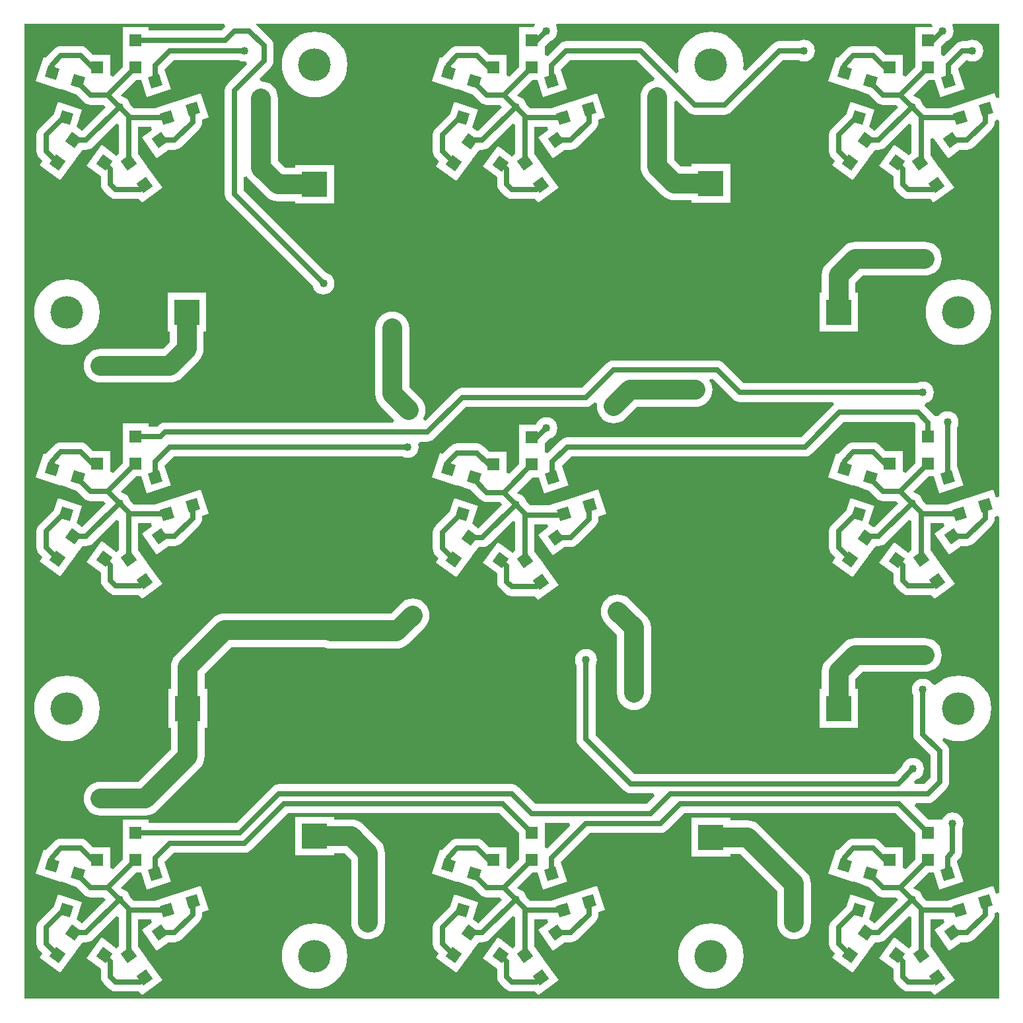
<source format=gtl>
%FSLAX25Y25*%
%MOIN*%
G70*
G01*
G75*
G04 Layer_Physical_Order=1*
G04 Layer_Color=255*
%ADD10P,0.08352X4X333.0*%
%ADD11P,0.08352X4X261.0*%
%ADD12P,0.08352X4X189.0*%
%ADD13P,0.08352X4X117.0*%
%ADD14R,0.05906X0.05906*%
%ADD15C,0.02500*%
%ADD16C,0.10000*%
%ADD17C,0.05000*%
%ADD18C,0.12500*%
%ADD19R,0.12500X0.12500*%
%ADD20R,0.12500X0.12500*%
%ADD21C,0.16500*%
%ADD22C,0.04000*%
G36*
X579548Y391323D02*
X567984Y379760D01*
X566598Y380334D01*
Y380563D01*
D01*
Y380563D01*
X566598Y380563D01*
Y381437D01*
X566598D01*
Y392709D01*
X578974D01*
X579548Y391323D01*
D02*
G37*
G36*
X762466Y794718D02*
X762310Y794343D01*
X753693D01*
Y781437D01*
X753693Y781437D01*
X753693Y780563D01*
X753693D01*
Y774433D01*
X748693Y769433D01*
X747307Y770007D01*
Y780563D01*
X738713D01*
X735888Y783388D01*
D01*
X735888Y783388D01*
D01*
D01*
D01*
X735888Y783388D01*
X735888Y783388D01*
X734896Y784149D01*
X734557Y784289D01*
X733740Y784628D01*
X732500Y784791D01*
X722500D01*
X721260Y784628D01*
X720105Y784149D01*
X719112Y783388D01*
X714821Y779097D01*
X713785Y779434D01*
X709797Y767160D01*
X722071Y763172D01*
D01*
X722902Y762902D01*
Y762902D01*
X722902Y762902D01*
X730191Y760533D01*
X734112Y756612D01*
X735105Y755851D01*
X736260Y755372D01*
X737500Y755209D01*
X744051D01*
X745226Y754034D01*
X733227Y742034D01*
X733130D01*
X730348Y744056D01*
X733203Y752840D01*
X720929Y756828D01*
X718944Y750720D01*
X711612Y743388D01*
X710851Y742395D01*
X710711Y742057D01*
X710372Y741240D01*
X710209Y740000D01*
Y731742D01*
X710372Y730502D01*
X710711Y729685D01*
X710851Y729347D01*
X711612Y728355D01*
X713176Y726791D01*
X711634Y724668D01*
X722074Y717082D01*
X729660Y727523D01*
D01*
D01*
X729660Y727523D01*
D01*
D01*
X729660D01*
X730174Y728230D01*
X730174Y728230D01*
X733241Y732452D01*
X735212D01*
X736452Y732616D01*
X737269Y732954D01*
X737607Y733094D01*
X738599Y733856D01*
Y733856D01*
X738599D01*
D01*
D01*
D01*
D01*
D01*
D01*
X738599D01*
D01*
X738599D01*
Y733856D01*
D01*
D01*
D01*
D01*
Y733856D01*
D01*
D01*
D01*
D01*
D01*
D01*
Y733856D01*
D01*
D01*
X738599D01*
D01*
D01*
D01*
X750470Y745726D01*
X751856Y745152D01*
Y730763D01*
X750250Y729596D01*
X742926Y734918D01*
X735340Y724477D01*
X742709Y719123D01*
Y715000D01*
X742872Y713760D01*
X743211Y712943D01*
X743351Y712605D01*
X744112Y711612D01*
X746612Y709112D01*
X747605Y708351D01*
X748760Y707872D01*
X750000Y707709D01*
X761390D01*
X762819Y705743D01*
X773259Y713329D01*
X765674Y723770D01*
X765674Y723770D01*
X765674Y723770D01*
X765160Y724477D01*
X765160D01*
D01*
D01*
X765160Y724477D01*
D01*
D01*
X765160D01*
X761438Y729600D01*
Y738037D01*
X762864Y738501D01*
X770326Y728230D01*
X776138Y732452D01*
X779743D01*
X780983Y732616D01*
X781801Y732954D01*
X782139Y733094D01*
X783131Y733856D01*
X792421Y743146D01*
X793182Y744138D01*
X793661Y745293D01*
X793824Y746533D01*
D01*
D01*
D01*
D01*
D01*
D01*
X793824D01*
D01*
D01*
D01*
Y746533D01*
X793824Y746533D01*
D01*
D01*
D01*
D01*
D01*
D01*
D01*
D01*
D01*
D01*
D01*
Y746639D01*
X793824Y746888D01*
X795161Y747569D01*
X795965Y746985D01*
Y557296D01*
X794484Y557061D01*
X793176Y561086D01*
X780902Y557098D01*
X780902Y557098D01*
X780071Y556828D01*
D01*
X769792Y553488D01*
X759323D01*
X757363Y555448D01*
X757360Y555470D01*
X756806Y556807D01*
X755924Y557956D01*
X754775Y558838D01*
X753438Y559392D01*
X753416Y559395D01*
X752811Y560000D01*
X760468Y567658D01*
X762983D01*
X765824Y558914D01*
X778098Y562902D01*
X774791Y573079D01*
Y592209D01*
X774804Y592226D01*
X775358Y593564D01*
X775548Y595000D01*
X775358Y596436D01*
X774804Y597774D01*
X773923Y598923D01*
X772774Y599804D01*
X771436Y600358D01*
X770000Y600548D01*
X768564Y600358D01*
X767226Y599804D01*
X766077Y598923D01*
X765294Y597902D01*
X763794Y597902D01*
X763533Y598242D01*
X758388Y603388D01*
D01*
X758388Y603388D01*
D01*
D01*
D01*
X758388Y603388D01*
X758936Y604642D01*
X758936Y604642D01*
Y604642D01*
Y604642D01*
X758936D01*
D01*
X760274Y605196D01*
X761423Y606077D01*
X762304Y607226D01*
X762858Y608564D01*
X763048Y610000D01*
X762858Y611436D01*
X762304Y612774D01*
X761423Y613923D01*
X760274Y614804D01*
X758936Y615358D01*
X757500Y615548D01*
X756064Y615358D01*
X754726Y614804D01*
X754709Y614791D01*
X666985D01*
X657014Y624762D01*
X656021Y625523D01*
X654866Y626002D01*
X653626Y626165D01*
X601374D01*
X600134Y626002D01*
X598979Y625523D01*
X597986Y624762D01*
X585515Y612291D01*
X525000D01*
X523760Y612128D01*
X523083Y611847D01*
X522605Y611649D01*
X521612Y610888D01*
X506560Y595835D01*
X505355Y596729D01*
X505891Y597731D01*
X506377Y599334D01*
X506541Y601000D01*
X506377Y602666D01*
X505891Y604269D01*
X505102Y605745D01*
X504039Y607039D01*
X498293Y612786D01*
Y642252D01*
X498129Y643918D01*
X497643Y645520D01*
X496854Y646997D01*
X495791Y648291D01*
X494497Y649354D01*
X493020Y650143D01*
X491418Y650629D01*
X489752Y650793D01*
X488086Y650629D01*
X486483Y650143D01*
X485007Y649354D01*
X483712Y648291D01*
X482650Y646997D01*
X481861Y645520D01*
X481375Y643918D01*
X481211Y642252D01*
Y609248D01*
X481211Y609248D01*
X481211D01*
X481375Y607582D01*
X481861Y605979D01*
X482650Y604503D01*
X483712Y603208D01*
X490744Y596177D01*
X490170Y594791D01*
X375000D01*
X373760Y594628D01*
X372604Y594149D01*
X371612Y593388D01*
X370905Y592681D01*
X366598D01*
Y594343D01*
X353693D01*
Y581437D01*
X353693Y581437D01*
X353693Y580563D01*
X353693D01*
Y574433D01*
X348693Y569433D01*
X347307Y570007D01*
Y580563D01*
X338713D01*
X335888Y583388D01*
X334895Y584149D01*
X334557Y584289D01*
X333740Y584628D01*
X332500Y584791D01*
X322500D01*
X321260Y584628D01*
X320105Y584149D01*
X319112Y583388D01*
X314821Y579097D01*
X313785Y579434D01*
X309797Y567160D01*
X322071Y563172D01*
D01*
X322902Y562902D01*
X322902Y562902D01*
X330191Y560533D01*
X334112Y556612D01*
X335104Y555851D01*
X336260Y555372D01*
X337500Y555209D01*
X344051D01*
X345226Y554034D01*
X333227Y542034D01*
X333130D01*
X330348Y544056D01*
X333203Y552840D01*
X320929Y556828D01*
X318944Y550720D01*
X311612Y543388D01*
X310851Y542395D01*
X310711Y542057D01*
X310372Y541240D01*
X310209Y540000D01*
Y531742D01*
X310209Y531742D01*
X310209D01*
X310372Y530502D01*
X310711Y529685D01*
X310851Y529347D01*
X311612Y528355D01*
X311612Y528355D01*
X311612D01*
Y528355D01*
X311612Y528355D01*
X313176Y526791D01*
X311634Y524668D01*
X322074Y517082D01*
X329660Y527523D01*
D01*
D01*
X329660Y527523D01*
D01*
D01*
X329660D01*
X330174Y528230D01*
X330174Y528230D01*
X333241Y532452D01*
X335212D01*
X336452Y532616D01*
X337269Y532954D01*
X337607Y533094D01*
X338599Y533856D01*
X350470Y545726D01*
X351856Y545152D01*
Y530400D01*
X350500Y529415D01*
X342926Y534918D01*
X335340Y524477D01*
X342709Y519123D01*
Y515000D01*
X342872Y513760D01*
X343211Y512943D01*
X343351Y512605D01*
X344112Y511612D01*
X346612Y509112D01*
X347604Y508351D01*
X348760Y507872D01*
X350000Y507709D01*
X361891D01*
X363319Y505743D01*
X373759Y513329D01*
X366174Y523770D01*
X366174Y523770D01*
X366174Y523770D01*
X365660Y524477D01*
X365660D01*
D01*
D01*
X365660Y524477D01*
D01*
D01*
X365660D01*
X361438Y530288D01*
Y543906D01*
X368019D01*
X368483Y542480D01*
X363241Y538671D01*
X370826Y528230D01*
X376638Y532452D01*
X379744D01*
X380983Y532616D01*
X381801Y532954D01*
X382139Y533094D01*
X383131Y533856D01*
Y533856D01*
X383131D01*
D01*
D01*
D01*
D01*
D01*
D01*
X383131D01*
D01*
X383131D01*
Y533856D01*
D01*
D01*
D01*
D01*
Y533856D01*
D01*
D01*
D01*
D01*
D01*
D01*
Y533856D01*
D01*
D01*
X383131D01*
D01*
D01*
D01*
X392421Y543146D01*
X393182Y544138D01*
X393661Y545293D01*
X393824Y546533D01*
Y547727D01*
X397164Y548813D01*
X393176Y561086D01*
X380902Y557098D01*
X380902Y557098D01*
X380071Y556828D01*
D01*
X369792Y553488D01*
X359323D01*
X357363Y555448D01*
X357360Y555470D01*
X356806Y556807D01*
X355924Y557956D01*
X354776Y558838D01*
X353437Y559392D01*
X353416Y559395D01*
X352811Y560000D01*
X360468Y567658D01*
X362983D01*
X365824Y558914D01*
X378098Y562902D01*
X374806Y573031D01*
X379485Y577709D01*
X494709D01*
X494726Y577696D01*
X496064Y577142D01*
X497500Y576953D01*
X498936Y577142D01*
X500274Y577696D01*
X501423Y578577D01*
X502304Y579726D01*
X502858Y581064D01*
X503048Y582500D01*
X502858Y583936D01*
X502848Y583962D01*
X503681Y585209D01*
X507500D01*
X508740Y585372D01*
X509557Y585711D01*
X509896Y585851D01*
X510888Y586612D01*
X526985Y602709D01*
X587500D01*
X588740Y602872D01*
X589557Y603211D01*
X589895Y603351D01*
X590888Y604112D01*
Y604112D01*
X590888D01*
D01*
D01*
D01*
D01*
D01*
D01*
X590888D01*
D01*
X590888D01*
D01*
D01*
X590888D01*
Y604112D01*
D01*
D01*
D01*
X591733Y604957D01*
X593088Y604316D01*
X592959Y603000D01*
X593123Y601334D01*
X593609Y599731D01*
X594398Y598255D01*
X595461Y596960D01*
X596755Y595898D01*
X598232Y595109D01*
X599834Y594623D01*
X601500Y594459D01*
X603166Y594623D01*
X604769Y595109D01*
X606245Y595898D01*
X607540Y596960D01*
X613286Y602707D01*
X642752D01*
X644418Y602871D01*
X646021Y603357D01*
X647497Y604146D01*
X648792Y605208D01*
X649854Y606503D01*
X650643Y607979D01*
X651129Y609582D01*
X651293Y611248D01*
X651129Y612914D01*
X650643Y614517D01*
X649854Y615993D01*
X650133Y616583D01*
X651641D01*
X661612Y606612D01*
D01*
X661612Y606612D01*
X661612Y606612D01*
D01*
D01*
D01*
X661612Y606612D01*
Y606612D01*
X662605Y605851D01*
X662943Y605711D01*
X663760Y605372D01*
X665000Y605209D01*
X712152D01*
X712635Y603789D01*
X712112Y603388D01*
X696016Y587291D01*
X578000D01*
X576760Y587128D01*
X575604Y586649D01*
X574612Y585888D01*
X567984Y579260D01*
X566598Y579834D01*
Y579876D01*
X566598Y579876D01*
D01*
D01*
D01*
D01*
D01*
D01*
D01*
X566598Y580063D01*
Y580243D01*
Y580500D01*
Y580627D01*
Y580937D01*
X566598Y581072D01*
X566598Y581124D01*
X566598Y581124D01*
D01*
D01*
D01*
X566598Y581124D01*
D01*
Y584323D01*
X568914Y586639D01*
X568936Y586642D01*
X570274Y587196D01*
X571423Y588077D01*
X572304Y589226D01*
X572858Y590564D01*
X573047Y592000D01*
X572858Y593436D01*
X572304Y594774D01*
X571423Y595923D01*
X570274Y596804D01*
X568936Y597358D01*
X567500Y597547D01*
X566064Y597358D01*
X564726Y596804D01*
X563577Y595923D01*
X562696Y594774D01*
X562310Y593843D01*
X553693D01*
Y581124D01*
X553693Y581124D01*
X553693Y581124D01*
X553693Y580937D01*
Y580063D01*
D01*
D01*
X553693D01*
Y573933D01*
X548693Y568933D01*
X547307Y569507D01*
Y580063D01*
X538713D01*
X535888Y582888D01*
D01*
X535888Y582888D01*
D01*
D01*
D01*
X535888Y582888D01*
X535888Y582888D01*
X534896Y583649D01*
X534557Y583789D01*
X533740Y584128D01*
X532500Y584291D01*
X522500D01*
X521260Y584128D01*
X520105Y583649D01*
X519112Y582888D01*
X515199Y578974D01*
X513785Y579434D01*
X509797Y567160D01*
X522071Y563172D01*
D01*
X522902Y562902D01*
X522902Y562902D01*
X529451Y560774D01*
X534112Y556112D01*
X535105Y555351D01*
X536260Y554872D01*
X537500Y554709D01*
X544051D01*
X545226Y553534D01*
X533227Y541535D01*
X533130D01*
X530217Y543651D01*
X533203Y552840D01*
X520929Y556828D01*
X518704Y549979D01*
X511612Y542888D01*
X510851Y541895D01*
X510711Y541557D01*
X510372Y540740D01*
X510209Y539500D01*
Y531242D01*
X510372Y530002D01*
X510711Y529185D01*
X510851Y528847D01*
X511612Y527855D01*
X513176Y526291D01*
X511634Y524168D01*
X522074Y516582D01*
X529660Y527023D01*
D01*
D01*
X529660Y527023D01*
D01*
D01*
X529660D01*
X530174Y527730D01*
X530174Y527730D01*
X533241Y531952D01*
X535212D01*
X536452Y532116D01*
X537269Y532454D01*
X537607Y532594D01*
X538599Y533356D01*
Y533356D01*
X538599D01*
D01*
D01*
D01*
D01*
D01*
D01*
X538599D01*
D01*
X538599D01*
Y533356D01*
D01*
D01*
D01*
D01*
Y533356D01*
D01*
D01*
D01*
D01*
D01*
D01*
Y533356D01*
D01*
D01*
X538599D01*
D01*
D01*
D01*
X550470Y545226D01*
X551856Y544652D01*
Y529900D01*
X550500Y528914D01*
X542926Y534418D01*
X535340Y523977D01*
X542709Y518623D01*
Y514500D01*
X542709Y514500D01*
X542709D01*
X542872Y513260D01*
X543211Y512443D01*
X543351Y512105D01*
X544112Y511112D01*
X544112Y511112D01*
X544112Y511112D01*
X546612Y508612D01*
X547605Y507851D01*
X548760Y507372D01*
X550000Y507209D01*
X561890D01*
X563319Y505243D01*
X573759Y512829D01*
X566174Y523270D01*
X566174Y523270D01*
X566174Y523270D01*
X565660Y523977D01*
X565660D01*
D01*
D01*
X565660Y523977D01*
D01*
D01*
X565660D01*
X561438Y529788D01*
Y543406D01*
X568019D01*
X568483Y541980D01*
X563241Y538171D01*
X570826Y527730D01*
X576638Y531952D01*
X579743D01*
X580983Y532116D01*
X581801Y532454D01*
X582139Y532594D01*
X583131Y533356D01*
Y533356D01*
X583131D01*
D01*
D01*
D01*
D01*
D01*
D01*
X583131D01*
D01*
X583131D01*
Y533356D01*
D01*
D01*
D01*
D01*
Y533356D01*
D01*
D01*
D01*
D01*
D01*
D01*
Y533356D01*
D01*
D01*
X583131D01*
D01*
D01*
D01*
X592421Y542646D01*
X593182Y543638D01*
X593661Y544793D01*
X593824Y546033D01*
D01*
D01*
D01*
D01*
D01*
X593824D01*
D01*
D01*
D01*
D01*
Y546033D01*
X593824D01*
D01*
Y546033D01*
D01*
D01*
D01*
D01*
D01*
D01*
D01*
D01*
D01*
D01*
D01*
D01*
Y546033D01*
D01*
X593824D01*
D01*
D01*
D01*
D01*
X593824Y546033D01*
Y547565D01*
X597664Y548813D01*
X593676Y561086D01*
X581402Y557098D01*
X581402Y557098D01*
X580571Y556828D01*
D01*
X568753Y552988D01*
X559323D01*
X557363Y554948D01*
X557360Y554970D01*
X556806Y556307D01*
X555924Y557456D01*
X554775Y558338D01*
X553438Y558892D01*
X553416Y558895D01*
X552811Y559500D01*
X560468Y567158D01*
X563645D01*
X566324Y558914D01*
X578598Y562902D01*
X575307Y573031D01*
X579985Y577709D01*
X698000D01*
X699240Y577872D01*
X700057Y578211D01*
X700395Y578351D01*
X701388Y579112D01*
Y579112D01*
X701388D01*
D01*
D01*
D01*
D01*
D01*
D01*
X701388D01*
D01*
X701388D01*
Y579112D01*
D01*
D01*
D01*
D01*
Y579112D01*
D01*
D01*
D01*
D01*
D01*
D01*
Y579112D01*
D01*
D01*
X701388D01*
D01*
D01*
D01*
D01*
D01*
X717485Y595209D01*
X753016D01*
X753748Y594476D01*
X753693Y594343D01*
X753693D01*
X753693Y594343D01*
Y581437D01*
X753693Y581437D01*
X753693Y580563D01*
X753693D01*
Y574433D01*
X748693Y569433D01*
X747307Y570007D01*
Y580563D01*
X738713D01*
X735888Y583388D01*
D01*
X735888Y583388D01*
D01*
D01*
D01*
X735888Y583388D01*
X735888Y583388D01*
X734896Y584149D01*
X734557Y584289D01*
X733740Y584628D01*
X732500Y584791D01*
X722500D01*
X721260Y584628D01*
X720105Y584149D01*
X719112Y583388D01*
X714821Y579097D01*
X713785Y579434D01*
X709797Y567160D01*
X722071Y563172D01*
D01*
X722902Y562902D01*
Y562902D01*
X722902Y562902D01*
X730191Y560533D01*
X734112Y556612D01*
X734112Y556612D01*
X734112D01*
X734112D01*
Y556612D01*
D01*
X734112D01*
D01*
D01*
D01*
X734112Y556612D01*
Y556612D01*
X735105Y555851D01*
X736260Y555372D01*
X737500Y555209D01*
X744051D01*
X745226Y554034D01*
X733227Y542034D01*
X732442D01*
X730217Y543651D01*
X733203Y552840D01*
X720929Y556828D01*
X718944Y550720D01*
X711612Y543388D01*
X710851Y542395D01*
X710711Y542057D01*
X710372Y541240D01*
X710209Y540000D01*
X710209Y540000D01*
X710209D01*
X710209Y540000D01*
X710209D01*
Y531742D01*
X710209Y531742D01*
X710209D01*
X710372Y530502D01*
X710711Y529685D01*
X710851Y529347D01*
X711612Y528355D01*
X711612Y528355D01*
X711612Y528355D01*
X713386Y526581D01*
X711634Y524168D01*
X722074Y516582D01*
X729660Y527023D01*
D01*
D01*
X729660Y527023D01*
D01*
D01*
X729660D01*
X730174Y527730D01*
X730174Y527730D01*
X733605Y532452D01*
X735212D01*
X736452Y532616D01*
X737269Y532954D01*
X737607Y533094D01*
X738599Y533856D01*
Y533856D01*
X738599D01*
D01*
D01*
D01*
D01*
D01*
D01*
X738599D01*
D01*
X738599D01*
Y533856D01*
D01*
D01*
D01*
D01*
Y533856D01*
D01*
D01*
D01*
D01*
D01*
D01*
Y533856D01*
D01*
D01*
X738599D01*
D01*
D01*
D01*
D01*
D01*
X750470Y545726D01*
X751856Y545152D01*
Y530400D01*
X750156Y529165D01*
X742926Y534418D01*
X735340Y523977D01*
X742709Y518623D01*
Y515000D01*
X742872Y513760D01*
X743211Y512943D01*
X743351Y512605D01*
X744112Y511612D01*
X746612Y509112D01*
X747605Y508351D01*
X748760Y507872D01*
X750000Y507709D01*
X761890D01*
X763319Y505743D01*
X773759Y513329D01*
X766174Y523770D01*
X766174Y523770D01*
X766174Y523770D01*
X765660Y524477D01*
X765660D01*
D01*
D01*
X765660Y524477D01*
D01*
D01*
X765660D01*
X761438Y530288D01*
Y543906D01*
X768019D01*
X768483Y542480D01*
X763241Y538671D01*
X770826Y528230D01*
X776638Y532452D01*
X779743D01*
X780983Y532616D01*
X781801Y532954D01*
X782139Y533094D01*
X783131Y533856D01*
X792421Y543146D01*
X793182Y544138D01*
X793661Y545293D01*
X793824Y546533D01*
D01*
D01*
D01*
D01*
D01*
D01*
X793824D01*
D01*
D01*
D01*
Y546533D01*
X793824Y546533D01*
D01*
D01*
D01*
D01*
D01*
D01*
D01*
D01*
D01*
D01*
D01*
Y546649D01*
X793824Y547051D01*
X795161Y547732D01*
X795965Y547147D01*
Y357296D01*
X794484Y357061D01*
X793176Y361086D01*
X780902Y357098D01*
X780902Y357098D01*
X780071Y356828D01*
D01*
X769792Y353488D01*
X759323D01*
X757363Y355448D01*
X757360Y355469D01*
X756806Y356807D01*
X755924Y357956D01*
X754775Y358838D01*
X753438Y359392D01*
X753416Y359395D01*
X752811Y360000D01*
X760468Y367657D01*
X762983D01*
X765824Y358914D01*
X778098Y362902D01*
X774758Y373181D01*
Y373482D01*
X775888Y374612D01*
X776649Y375605D01*
X776789Y375943D01*
X777128Y376760D01*
X777291Y378000D01*
Y389709D01*
X777304Y389726D01*
X777858Y391064D01*
X778048Y392500D01*
X777858Y393936D01*
X777304Y395274D01*
X776423Y396423D01*
X775274Y397304D01*
X773936Y397858D01*
X772500Y398047D01*
X771064Y397858D01*
X769726Y397304D01*
X768577Y396423D01*
X767696Y395274D01*
X767310Y394342D01*
X766598D01*
X766598D01*
X766058Y394342D01*
Y394342D01*
D01*
X766058D01*
Y394342D01*
D01*
X760468D01*
X753488Y401323D01*
X754062Y402709D01*
X760000D01*
X761240Y402872D01*
X762057Y403211D01*
X762395Y403351D01*
X763388Y404112D01*
Y404112D01*
X763388D01*
D01*
D01*
D01*
D01*
D01*
D01*
X763388D01*
D01*
X763388D01*
Y404112D01*
D01*
D01*
D01*
D01*
Y404112D01*
D01*
D01*
D01*
D01*
D01*
D01*
Y404112D01*
D01*
D01*
X763388D01*
D01*
D01*
D01*
D01*
D01*
X769435Y410159D01*
Y410159D01*
D01*
D01*
D01*
X769435Y410159D01*
D01*
Y410159D01*
D01*
X769435D01*
Y410159D01*
D01*
Y410159D01*
Y410159D01*
X769435D01*
D01*
D01*
Y410159D01*
D01*
D01*
D01*
D01*
D01*
D01*
Y410159D01*
D01*
D01*
X769435D01*
D01*
X769435Y410159D01*
D01*
D01*
X770196Y411152D01*
X770675Y412307D01*
X770838Y413547D01*
Y428953D01*
X770675Y430193D01*
X770336Y431010D01*
X770196Y431349D01*
X769435Y432341D01*
X767353Y434423D01*
X768186Y435670D01*
X770386Y434759D01*
X772911Y434153D01*
X775500Y433949D01*
X778089Y434153D01*
X780615Y434759D01*
X783014Y435753D01*
X785228Y437110D01*
X787203Y438797D01*
X788890Y440772D01*
X790247Y442986D01*
X791241Y445386D01*
X791847Y447911D01*
X792051Y450500D01*
X791847Y453089D01*
X791241Y455615D01*
X790247Y458014D01*
X788890Y460228D01*
X787203Y462203D01*
X785228Y463890D01*
X783014Y465247D01*
X780615Y466241D01*
X778089Y466847D01*
X775500Y467051D01*
X772911Y466847D01*
X770386Y466241D01*
X767986Y465247D01*
X765772Y463890D01*
X763839Y462240D01*
X762381Y462590D01*
X762304Y462774D01*
X761423Y463923D01*
X760274Y464804D01*
X758936Y465358D01*
X757500Y465548D01*
X756064Y465358D01*
X754726Y464804D01*
X753577Y463923D01*
X752696Y462774D01*
X752142Y461436D01*
X751953Y460000D01*
X752142Y458564D01*
X752696Y457226D01*
X752709Y457209D01*
Y437500D01*
X752709Y437500D01*
X752709D01*
X752872Y436260D01*
X753211Y435443D01*
X753351Y435105D01*
X754112Y434112D01*
X754112Y434112D01*
X754112Y434112D01*
X761256Y426968D01*
Y415531D01*
X758015Y412291D01*
X753526D01*
X752952Y413677D01*
X753914Y414639D01*
X753936Y414642D01*
X755274Y415196D01*
X756423Y416077D01*
X757304Y417226D01*
X757858Y418564D01*
X758047Y420000D01*
X757858Y421436D01*
X757304Y422774D01*
X756423Y423923D01*
X755274Y424804D01*
X753936Y425358D01*
X752500Y425548D01*
X751064Y425358D01*
X749726Y424804D01*
X748577Y423923D01*
X747696Y422774D01*
X747142Y421436D01*
X747139Y421414D01*
X743015Y417291D01*
X611984D01*
X592291Y436984D01*
Y472209D01*
X592304Y472226D01*
X592858Y473564D01*
X593048Y475000D01*
X592858Y476436D01*
X592304Y477774D01*
X591423Y478923D01*
X590274Y479804D01*
X588936Y480358D01*
X587500Y480548D01*
X586064Y480358D01*
X584726Y479804D01*
X583577Y478923D01*
X582696Y477774D01*
X582142Y476436D01*
X581952Y475000D01*
X582142Y473564D01*
X582696Y472226D01*
X582709Y472209D01*
Y435000D01*
X582709Y435000D01*
X582709D01*
X582872Y433760D01*
X583211Y432943D01*
X583351Y432605D01*
X584112Y431612D01*
X584112Y431612D01*
X584112Y431612D01*
X606612Y409112D01*
D01*
X606612Y409112D01*
X606612Y409112D01*
D01*
D01*
D01*
X606612Y409112D01*
Y409112D01*
X607605Y408351D01*
X608760Y407872D01*
Y407872D01*
X608760Y407872D01*
D01*
D01*
D01*
X608760D01*
Y407872D01*
X608760Y407872D01*
X608760Y407872D01*
X610000Y407709D01*
X621474D01*
X622048Y406323D01*
X618015Y402291D01*
X561984D01*
X553388Y410888D01*
D01*
X553388Y410888D01*
D01*
D01*
D01*
X553388Y410888D01*
X553388Y410888D01*
X552395Y411649D01*
X552057Y411789D01*
X551240Y412128D01*
X550000Y412291D01*
X432500D01*
X431260Y412128D01*
X430104Y411649D01*
X429112Y410888D01*
X410905Y392681D01*
X366598D01*
Y394342D01*
X353693D01*
Y381437D01*
X353693Y381437D01*
X353693Y380563D01*
X353693D01*
Y374433D01*
X348693Y369433D01*
X347307Y370007D01*
Y380563D01*
X338713D01*
X335888Y383388D01*
X334895Y384149D01*
X334557Y384289D01*
X333740Y384628D01*
X332500Y384791D01*
X322500D01*
X321260Y384628D01*
X320105Y384149D01*
X319112Y383388D01*
X314821Y379097D01*
X313785Y379434D01*
X309797Y367160D01*
X322071Y363172D01*
D01*
X322902Y362902D01*
X322902Y362902D01*
X330191Y360533D01*
X334112Y356612D01*
X334112Y356612D01*
X334112D01*
X334112D01*
Y356612D01*
D01*
X334112D01*
D01*
D01*
D01*
X334112Y356612D01*
Y356612D01*
X335104Y355851D01*
X336260Y355372D01*
X337500Y355209D01*
X344051D01*
X345226Y354034D01*
X333227Y342035D01*
X333130D01*
X330348Y344056D01*
X333203Y352840D01*
X320929Y356828D01*
X318944Y350720D01*
X311612Y343388D01*
X310851Y342395D01*
X310711Y342057D01*
X310372Y341240D01*
X310209Y340000D01*
Y331742D01*
X310209Y331742D01*
X310209D01*
X310372Y330502D01*
X310711Y329685D01*
X310851Y329347D01*
X311612Y328355D01*
X311612Y328355D01*
X311612Y328355D01*
X313176Y326791D01*
X311634Y324668D01*
X322074Y317082D01*
X329660Y327523D01*
D01*
D01*
X329660Y327523D01*
D01*
D01*
X329660D01*
X330174Y328230D01*
X330174Y328230D01*
X333241Y332453D01*
X335212D01*
X336452Y332616D01*
X337269Y332954D01*
X337607Y333094D01*
X338599Y333856D01*
Y333856D01*
X338599D01*
D01*
D01*
D01*
D01*
D01*
D01*
X338599D01*
D01*
X338599D01*
Y333856D01*
D01*
D01*
D01*
D01*
Y333856D01*
D01*
D01*
D01*
D01*
D01*
D01*
Y333856D01*
D01*
D01*
X338599D01*
D01*
D01*
D01*
X350470Y345726D01*
X351856Y345152D01*
Y330399D01*
X350500Y329415D01*
X342926Y334918D01*
X335340Y324477D01*
X342709Y319123D01*
Y315000D01*
X342709Y315000D01*
X342709D01*
X342872Y313760D01*
X343211Y312943D01*
X343351Y312604D01*
X344112Y311612D01*
X344112Y311612D01*
X344112Y311612D01*
X346612Y309112D01*
X347604Y308351D01*
X348760Y307872D01*
X350000Y307709D01*
X361891D01*
X363319Y305743D01*
X373759Y313329D01*
X366174Y323770D01*
X366174Y323770D01*
X366174Y323770D01*
X365660Y324477D01*
X365660D01*
D01*
D01*
X365660Y324477D01*
D01*
D01*
D01*
X365660D01*
X361438Y330288D01*
Y343906D01*
X368019D01*
X368483Y342480D01*
X363241Y338671D01*
X370826Y328230D01*
X376638Y332453D01*
X379744D01*
X380983Y332616D01*
X381801Y332954D01*
X382139Y333094D01*
X383131Y333856D01*
X392421Y343145D01*
X393182Y344138D01*
X393661Y345293D01*
X393824Y346533D01*
D01*
D01*
D01*
D01*
D01*
D01*
X393824D01*
D01*
D01*
D01*
Y346533D01*
X393824Y346533D01*
D01*
D01*
D01*
D01*
D01*
D01*
D01*
D01*
D01*
D01*
D01*
Y346649D01*
X393824Y347727D01*
X397164Y348813D01*
X393176Y361086D01*
X380902Y357098D01*
X380902Y357098D01*
X380071Y356828D01*
D01*
X369792Y353488D01*
X359323D01*
X357363Y355448D01*
X357360Y355469D01*
X356806Y356807D01*
X355924Y357956D01*
X354776Y358838D01*
X353437Y359392D01*
X353416Y359395D01*
X352811Y360000D01*
X360468Y367657D01*
X362983D01*
X365824Y358914D01*
X378098Y362902D01*
X374806Y373031D01*
X379485Y377709D01*
X415000D01*
X416240Y377872D01*
X417057Y378211D01*
X417395Y378351D01*
X418388Y379112D01*
X436984Y397709D01*
X543551D01*
X553693Y387567D01*
Y381437D01*
X553693Y381437D01*
X553693Y380563D01*
X553693D01*
Y374433D01*
X548693Y369433D01*
X547307Y370007D01*
Y380563D01*
X538713D01*
X535888Y383388D01*
D01*
X535888Y383388D01*
D01*
D01*
D01*
X535888Y383388D01*
X535888Y383388D01*
X534896Y384149D01*
X534557Y384289D01*
X533740Y384628D01*
X532500Y384791D01*
X522500D01*
X521260Y384628D01*
X520105Y384149D01*
X519112Y383388D01*
X514821Y379097D01*
X513785Y379434D01*
X509797Y367160D01*
X522071Y363172D01*
D01*
X522902Y362902D01*
X522902Y362902D01*
X530191Y360533D01*
X534112Y356612D01*
D01*
X534112Y356612D01*
X534112Y356612D01*
D01*
D01*
D01*
X534112Y356612D01*
Y356612D01*
X535105Y355851D01*
X536260Y355372D01*
X537500Y355209D01*
X544051D01*
X545226Y354034D01*
X533227Y342035D01*
X533130D01*
X530348Y344056D01*
X533203Y352840D01*
X520929Y356828D01*
X518944Y350720D01*
X511612Y343388D01*
X510851Y342395D01*
X510711Y342057D01*
X510372Y341240D01*
X510209Y340000D01*
Y331742D01*
X510372Y330502D01*
X510711Y329685D01*
X510851Y329347D01*
X511612Y328355D01*
X513176Y326791D01*
X511634Y324668D01*
X522074Y317082D01*
X529660Y327523D01*
D01*
D01*
X529660Y327523D01*
D01*
D01*
X529660D01*
X530174Y328230D01*
X530174Y328230D01*
X533241Y332453D01*
X535212D01*
X536452Y332616D01*
X537269Y332954D01*
X537607Y333094D01*
X538599Y333856D01*
X550470Y345726D01*
X551856Y345152D01*
Y330399D01*
X550500Y329415D01*
X542926Y334918D01*
X535340Y324477D01*
X542709Y319123D01*
Y315000D01*
X542709Y315000D01*
X542709D01*
X542872Y313760D01*
X543211Y312943D01*
X543351Y312604D01*
X544112Y311612D01*
X544112Y311612D01*
X544112Y311612D01*
X546612Y309112D01*
X547605Y308351D01*
X548760Y307872D01*
X550000Y307709D01*
X561890D01*
X563319Y305743D01*
X573759Y313329D01*
X566174Y323770D01*
X566174Y323770D01*
X566174Y323770D01*
X565660Y324477D01*
X565660D01*
D01*
D01*
X565660Y324477D01*
D01*
D01*
D01*
X565660D01*
X561438Y330288D01*
Y343906D01*
X568019D01*
X568483Y342480D01*
X563241Y338671D01*
X570826Y328230D01*
X576638Y332453D01*
X579743D01*
X580983Y332616D01*
X581801Y332954D01*
X582139Y333094D01*
X583131Y333856D01*
Y333856D01*
X583131D01*
D01*
D01*
D01*
D01*
D01*
D01*
X583131D01*
D01*
X583131D01*
Y333856D01*
D01*
D01*
D01*
D01*
Y333856D01*
D01*
D01*
D01*
D01*
D01*
D01*
Y333856D01*
D01*
D01*
X583131D01*
D01*
D01*
D01*
D01*
D01*
X592421Y343145D01*
X593182Y344138D01*
X593661Y345293D01*
X593824Y346533D01*
D01*
D01*
D01*
D01*
D01*
D01*
X593824D01*
D01*
D01*
D01*
Y346533D01*
X593824Y346533D01*
D01*
D01*
D01*
D01*
D01*
D01*
D01*
D01*
D01*
D01*
D01*
Y346649D01*
X593824Y347727D01*
X597164Y348813D01*
X593176Y361086D01*
X580902Y357098D01*
X580902Y357098D01*
X580071Y356828D01*
D01*
X569792Y353488D01*
X559323D01*
X557363Y355448D01*
X557360Y355469D01*
X556806Y356807D01*
X555924Y357956D01*
X554775Y358838D01*
X553438Y359392D01*
X553416Y359395D01*
X552811Y360000D01*
X560468Y367657D01*
X562983D01*
X565824Y358914D01*
X578098Y362902D01*
X574806Y373031D01*
X589485Y387709D01*
X625000D01*
X626240Y387872D01*
X627057Y388211D01*
X627395Y388351D01*
X628388Y389112D01*
X636984Y397709D01*
X743551D01*
X753693Y387567D01*
Y381624D01*
X753693Y381624D01*
X753693Y381624D01*
X753693Y381437D01*
Y380563D01*
D01*
D01*
X753693D01*
Y374433D01*
X748693Y369433D01*
X747307Y370007D01*
Y380563D01*
X738713D01*
X735888Y383388D01*
X734896Y384149D01*
X734557Y384289D01*
X733740Y384628D01*
X732500Y384791D01*
X722500D01*
X721260Y384628D01*
X720105Y384149D01*
X719112Y383388D01*
X714821Y379097D01*
X713785Y379434D01*
X709797Y367160D01*
X722071Y363172D01*
D01*
X722902Y362902D01*
Y362902D01*
X722902Y362902D01*
X730191Y360533D01*
X734112Y356612D01*
X735105Y355851D01*
X736260Y355372D01*
X737500Y355209D01*
X744051D01*
X745226Y354034D01*
X733227Y342035D01*
X733130D01*
X730348Y344056D01*
X733203Y352840D01*
X720929Y356828D01*
X718944Y350720D01*
X711612Y343388D01*
X710851Y342395D01*
X710711Y342057D01*
X710372Y341240D01*
X710209Y340000D01*
X710209Y340000D01*
X710209D01*
X710209Y340000D01*
X710209D01*
Y331742D01*
X710209Y331742D01*
X710209D01*
X710372Y330502D01*
X710711Y329685D01*
X710851Y329347D01*
X711612Y328355D01*
X711612Y328355D01*
X711612Y328355D01*
X713176Y326791D01*
X711634Y324668D01*
X722074Y317082D01*
X729660Y327523D01*
D01*
D01*
X729660Y327523D01*
D01*
D01*
X729660D01*
X730174Y328230D01*
X730174Y328230D01*
X733241Y332453D01*
X735212D01*
X736452Y332616D01*
X737269Y332954D01*
X737607Y333094D01*
X738599Y333856D01*
Y333856D01*
X738599D01*
D01*
D01*
D01*
D01*
D01*
D01*
X738599D01*
D01*
X738599D01*
Y333856D01*
D01*
D01*
D01*
D01*
Y333856D01*
D01*
D01*
D01*
D01*
D01*
D01*
Y333856D01*
D01*
D01*
X738599D01*
D01*
D01*
D01*
D01*
D01*
X750470Y345726D01*
X751856Y345152D01*
Y330399D01*
X750500Y329415D01*
X742926Y334918D01*
X735340Y324477D01*
X742709Y319123D01*
Y315000D01*
X742872Y313760D01*
X743211Y312943D01*
X743351Y312604D01*
X744112Y311612D01*
X746612Y309112D01*
X747605Y308351D01*
X748760Y307872D01*
X750000Y307709D01*
X761890D01*
X763319Y305743D01*
X773759Y313329D01*
X766174Y323770D01*
X766174Y323770D01*
X766174Y323770D01*
X765660Y324477D01*
X765660D01*
D01*
D01*
X765660Y324477D01*
D01*
D01*
X765660D01*
X761438Y330288D01*
Y343906D01*
X768019D01*
X768483Y342480D01*
X763241Y338671D01*
X770826Y328230D01*
X776638Y332453D01*
X779743D01*
X780983Y332616D01*
X781801Y332954D01*
X782139Y333094D01*
X783131Y333856D01*
X792421Y343145D01*
X793182Y344138D01*
X793661Y345293D01*
X793824Y346533D01*
D01*
D01*
D01*
D01*
D01*
D01*
X793824D01*
D01*
D01*
D01*
Y346533D01*
X793824Y346533D01*
D01*
D01*
D01*
D01*
D01*
D01*
D01*
D01*
D01*
D01*
D01*
Y346649D01*
X793824Y347051D01*
X795161Y347732D01*
X795965Y347147D01*
Y304034D01*
X304034D01*
Y795965D01*
X404730D01*
X405304Y794580D01*
X403405Y792681D01*
X366598D01*
Y794343D01*
X353693D01*
Y781437D01*
X353693Y781437D01*
X353693Y780563D01*
X353693D01*
Y774433D01*
X348693Y769433D01*
X347307Y770007D01*
Y780563D01*
X338713D01*
X335888Y783388D01*
X334895Y784149D01*
X334557Y784289D01*
X333740Y784628D01*
X332500Y784791D01*
X322500D01*
X321260Y784628D01*
X320105Y784149D01*
X319112Y783388D01*
X314821Y779097D01*
X313785Y779434D01*
X309797Y767160D01*
X322071Y763172D01*
D01*
X322902Y762902D01*
X322902Y762902D01*
X330191Y760533D01*
X334112Y756612D01*
D01*
X334112Y756612D01*
X334112Y756612D01*
D01*
D01*
D01*
X334112Y756612D01*
Y756612D01*
X335104Y755851D01*
X336260Y755372D01*
X337500Y755209D01*
X344051D01*
X345226Y754034D01*
X333227Y742034D01*
X333130D01*
X330348Y744056D01*
X333203Y752840D01*
X320929Y756828D01*
X318944Y750720D01*
X311612Y743388D01*
X310851Y742395D01*
X310711Y742057D01*
X310372Y741240D01*
X310209Y740000D01*
Y731742D01*
X310372Y730502D01*
X310711Y729685D01*
X310851Y729347D01*
X311612Y728355D01*
X313176Y726791D01*
X311634Y724668D01*
X322074Y717082D01*
X329660Y727523D01*
D01*
D01*
X329660Y727523D01*
D01*
D01*
X329660D01*
X330174Y728230D01*
X330174Y728230D01*
X333241Y732452D01*
X335212D01*
X336452Y732616D01*
X337269Y732954D01*
X337607Y733094D01*
X338599Y733856D01*
X350470Y745726D01*
X351856Y745152D01*
Y730400D01*
X350500Y729415D01*
X342926Y734918D01*
X335340Y724477D01*
X342709Y719123D01*
Y715000D01*
X342872Y713760D01*
X343211Y712943D01*
X343351Y712605D01*
X344112Y711612D01*
X346612Y709112D01*
X347604Y708351D01*
X348760Y707872D01*
X350000Y707709D01*
X361890D01*
X363319Y705743D01*
X373759Y713329D01*
X366174Y723770D01*
X366174Y723770D01*
X365660Y724477D01*
X365660D01*
D01*
D01*
X365660Y724477D01*
D01*
D01*
X365660D01*
X361438Y730288D01*
Y743906D01*
X368019D01*
X368483Y742480D01*
X363241Y738671D01*
X370826Y728230D01*
X376638Y732452D01*
X379744D01*
X380983Y732616D01*
X381801Y732954D01*
X382139Y733094D01*
X383131Y733856D01*
X392421Y743146D01*
X393182Y744138D01*
X393661Y745293D01*
X393824Y746533D01*
D01*
D01*
D01*
D01*
D01*
D01*
X393824D01*
D01*
D01*
D01*
Y746533D01*
X393824Y746533D01*
D01*
D01*
D01*
D01*
D01*
D01*
D01*
D01*
D01*
D01*
D01*
Y746651D01*
X393824Y747727D01*
X397164Y748813D01*
X393176Y761086D01*
X380902Y757098D01*
X380902Y757098D01*
Y757098D01*
X380071Y756828D01*
D01*
X380071Y756828D01*
X369792Y753488D01*
X359323D01*
X357363Y755448D01*
X357360Y755470D01*
X356806Y756807D01*
X355924Y757956D01*
X354776Y758838D01*
X353437Y759392D01*
X353416Y759395D01*
X352811Y760000D01*
X360468Y767658D01*
X362983D01*
X365824Y758914D01*
X378098Y762902D01*
X374806Y773031D01*
X379485Y777709D01*
X412209D01*
X412226Y777696D01*
X413564Y777142D01*
X415000Y776953D01*
X415770Y777054D01*
X416433Y775709D01*
X406612Y765888D01*
X405851Y764895D01*
X405711Y764557D01*
X405372Y763740D01*
X405209Y762500D01*
Y710000D01*
X405372Y708760D01*
X405711Y707943D01*
X405851Y707605D01*
X406612Y706612D01*
X449639Y663586D01*
X449642Y663564D01*
X450196Y662226D01*
X451077Y661077D01*
X452226Y660196D01*
X453564Y659642D01*
X455000Y659452D01*
X456436Y659642D01*
X457774Y660196D01*
X458923Y661077D01*
X459804Y662226D01*
X460358Y663564D01*
X460547Y665000D01*
X460358Y666436D01*
X459804Y667774D01*
X458923Y668923D01*
X457774Y669804D01*
X456436Y670358D01*
X456414Y670361D01*
X414791Y711984D01*
Y718675D01*
X416246Y719040D01*
X416398Y718755D01*
X417460Y717460D01*
X425960Y708960D01*
Y708960D01*
X425960Y708960D01*
X425960Y708960D01*
Y708960D01*
X427255Y707898D01*
X428731Y707109D01*
Y707109D01*
X428731Y707109D01*
D01*
D01*
D01*
X428731D01*
Y707109D01*
D01*
X428731Y707109D01*
X428731Y707109D01*
X430334Y706623D01*
X432000Y706459D01*
X440750D01*
Y705250D01*
X460250D01*
Y724750D01*
X440750D01*
Y723541D01*
X435538D01*
X432041Y727038D01*
Y758500D01*
X431877Y760166D01*
X431391Y761768D01*
X430602Y763245D01*
X429539Y764539D01*
X428245Y765602D01*
X426768Y766391D01*
X425166Y766877D01*
X423500Y767041D01*
X423294Y767021D01*
X422652Y768377D01*
X428388Y774112D01*
X429149Y775105D01*
X429628Y776260D01*
X429791Y777500D01*
Y785000D01*
X429628Y786240D01*
X429149Y787395D01*
X428388Y788388D01*
X420888Y795888D01*
X420914Y795965D01*
X561632D01*
X561833Y795665D01*
X561126Y794343D01*
X553693D01*
Y781624D01*
X553693Y781624D01*
X553693Y781624D01*
X553693Y781437D01*
Y780563D01*
D01*
D01*
D01*
D01*
X553693D01*
Y774433D01*
X548693Y769433D01*
X547307Y770007D01*
Y780563D01*
X538713D01*
X535888Y783388D01*
D01*
X535888Y783388D01*
D01*
D01*
D01*
X535888Y783388D01*
X535888Y783388D01*
X534896Y784149D01*
X534557Y784289D01*
X533740Y784628D01*
X532500Y784791D01*
X522500D01*
X521260Y784628D01*
X520105Y784149D01*
X519112Y783388D01*
X514821Y779097D01*
X513785Y779434D01*
X509797Y767160D01*
X522071Y763172D01*
D01*
X522902Y762902D01*
Y762902D01*
X522902Y762902D01*
X530191Y760533D01*
X534112Y756612D01*
X535105Y755851D01*
X536260Y755372D01*
X537500Y755209D01*
X544051D01*
X545226Y754034D01*
X533227Y742034D01*
X532442D01*
X530217Y743651D01*
X533203Y752840D01*
X520929Y756828D01*
X518944Y750720D01*
X511612Y743388D01*
X510851Y742395D01*
X510711Y742057D01*
X510372Y741240D01*
X510209Y740000D01*
Y731742D01*
X510372Y730502D01*
X510711Y729685D01*
X510851Y729347D01*
X511612Y728355D01*
X513386Y726581D01*
X511634Y724168D01*
X522074Y716582D01*
X529660Y727023D01*
D01*
D01*
X529660Y727023D01*
D01*
D01*
X529660D01*
X530174Y727730D01*
X530174Y727730D01*
X533605Y732452D01*
X535212D01*
X536452Y732616D01*
X537269Y732954D01*
X537607Y733094D01*
X538599Y733856D01*
X550470Y745726D01*
X551856Y745152D01*
Y730400D01*
X550156Y729165D01*
X542926Y734418D01*
X535340Y723977D01*
X542709Y718623D01*
Y715000D01*
X542872Y713760D01*
X543211Y712943D01*
X543351Y712605D01*
X544112Y711612D01*
X546612Y709112D01*
X547605Y708351D01*
X548760Y707872D01*
X550000Y707709D01*
X561890D01*
X563319Y705743D01*
X573759Y713329D01*
X566174Y723770D01*
X566174Y723770D01*
X566174Y723770D01*
X565660Y724477D01*
X565660D01*
D01*
D01*
X565660Y724477D01*
D01*
D01*
X565660D01*
X561438Y730288D01*
Y743906D01*
X568019D01*
X568483Y742480D01*
X563241Y738671D01*
X570826Y728230D01*
X576638Y732452D01*
X579743D01*
X580983Y732616D01*
X581801Y732954D01*
X582139Y733094D01*
X583131Y733856D01*
X592421Y743146D01*
X593182Y744138D01*
X593661Y745293D01*
X593824Y746533D01*
D01*
D01*
D01*
D01*
D01*
D01*
X593824D01*
D01*
D01*
D01*
Y746533D01*
X593824Y746533D01*
D01*
D01*
D01*
D01*
D01*
D01*
D01*
D01*
D01*
D01*
D01*
Y746649D01*
X593824Y747727D01*
X597164Y748813D01*
X593176Y761086D01*
X580902Y757098D01*
X580902Y757098D01*
X580071Y756828D01*
D01*
X569792Y753488D01*
X559323D01*
X557363Y755448D01*
X557360Y755470D01*
X556806Y756807D01*
X555924Y757956D01*
X554775Y758838D01*
X553438Y759392D01*
X553416Y759395D01*
X552811Y760000D01*
X560468Y767658D01*
X562983D01*
X565824Y758914D01*
X578098Y762902D01*
X574806Y773031D01*
X579485Y777709D01*
X613016D01*
X621964Y768761D01*
X621599Y767306D01*
X620231Y766891D01*
X618755Y766102D01*
X617460Y765039D01*
X616398Y763745D01*
X615609Y762268D01*
X615123Y760666D01*
X614959Y759000D01*
Y724000D01*
X614959Y724000D01*
X614959D01*
X615123Y722334D01*
X615609Y720731D01*
X616398Y719255D01*
X617460Y717961D01*
X625960Y709460D01*
Y709460D01*
X625960Y709460D01*
X625960Y709460D01*
Y709460D01*
X627255Y708398D01*
X628731Y707609D01*
Y707609D01*
X628731Y707609D01*
D01*
D01*
D01*
X628731D01*
Y707609D01*
D01*
X628731Y707609D01*
X628731Y707609D01*
X630334Y707123D01*
X632000Y706959D01*
X640750D01*
Y705750D01*
X660250D01*
Y725250D01*
X640750D01*
Y724041D01*
X635538D01*
X632041Y727538D01*
Y756723D01*
X633427Y757298D01*
X639112Y751612D01*
X640104Y750851D01*
X641260Y750372D01*
X642500Y750209D01*
X657500D01*
X658740Y750372D01*
X659557Y750711D01*
X659896Y750851D01*
X660888Y751612D01*
Y751612D01*
X660888D01*
D01*
D01*
D01*
D01*
D01*
D01*
X660888D01*
D01*
X660888D01*
Y751612D01*
D01*
D01*
D01*
D01*
Y751612D01*
D01*
D01*
D01*
D01*
D01*
D01*
Y751612D01*
D01*
D01*
X660888D01*
D01*
D01*
D01*
X686984Y777709D01*
X694709D01*
X694726Y777696D01*
X696064Y777142D01*
X697500Y776953D01*
X698936Y777142D01*
X700274Y777696D01*
X701423Y778577D01*
X702304Y779726D01*
X702858Y781064D01*
X703048Y782500D01*
X702858Y783936D01*
X702304Y785274D01*
X701423Y786423D01*
X700274Y787304D01*
X698936Y787858D01*
X697500Y788048D01*
X696064Y787858D01*
X694726Y787304D01*
X694709Y787291D01*
X685000D01*
X683760Y787128D01*
X682605Y786649D01*
X681612Y785888D01*
X668227Y772502D01*
X666864Y773130D01*
X667051Y775500D01*
X666847Y778089D01*
X666241Y780615D01*
X665247Y783014D01*
X663890Y785228D01*
X662203Y787203D01*
X660228Y788890D01*
X658014Y790247D01*
X655615Y791241D01*
X653089Y791847D01*
X650500Y792051D01*
X647911Y791847D01*
X645386Y791241D01*
X642986Y790247D01*
X640772Y788890D01*
X638797Y787203D01*
X637110Y785228D01*
X635753Y783014D01*
X634759Y780615D01*
X634153Y778089D01*
X633949Y775500D01*
X634153Y772911D01*
X634389Y771929D01*
X633080Y771196D01*
X618388Y785888D01*
D01*
X618388Y785888D01*
D01*
D01*
D01*
X618388Y785888D01*
X618388Y785888D01*
X617395Y786649D01*
X617057Y786789D01*
X616240Y787128D01*
X615000Y787291D01*
X577500D01*
X576260Y787128D01*
X575105Y786649D01*
X574112Y785888D01*
X567984Y779760D01*
X566598Y780334D01*
Y780376D01*
X566598Y780376D01*
D01*
D01*
D01*
D01*
D01*
D01*
D01*
X566598Y780563D01*
Y780743D01*
Y781000D01*
Y781128D01*
Y781437D01*
X566598Y781572D01*
X566598Y781624D01*
X566598Y781624D01*
D01*
D01*
D01*
X566598Y781624D01*
D01*
Y784823D01*
X568914Y787139D01*
X568936Y787142D01*
X570274Y787696D01*
X571423Y788577D01*
X572304Y789726D01*
X572858Y791064D01*
X573047Y792500D01*
X572858Y793936D01*
X572304Y795274D01*
X572645Y795965D01*
X761632D01*
X762466Y794718D01*
D02*
G37*
G36*
X795965Y758835D02*
X794484Y758600D01*
X793676Y761086D01*
X781402Y757098D01*
X781402Y757098D01*
X780571Y756828D01*
D01*
X770292Y753488D01*
X759323D01*
X757363Y755448D01*
X757360Y755470D01*
X756806Y756807D01*
X755924Y757956D01*
X754775Y758838D01*
X753438Y759392D01*
X753416Y759395D01*
X752811Y760000D01*
X760468Y767658D01*
X763483D01*
X766324Y758914D01*
X778598Y762902D01*
X775258Y773181D01*
Y773482D01*
X779485Y777709D01*
X779709D01*
X779726Y777696D01*
X781064Y777142D01*
X782500Y776953D01*
X783936Y777142D01*
X785274Y777696D01*
X786423Y778577D01*
X787304Y779726D01*
X787858Y781064D01*
X788048Y782500D01*
X787858Y783936D01*
X787304Y785274D01*
X786423Y786423D01*
X785274Y787304D01*
X783936Y787858D01*
X782500Y788048D01*
X781064Y787858D01*
X779726Y787304D01*
X779709Y787291D01*
X777500D01*
X776260Y787128D01*
X775443Y786789D01*
X775105Y786649D01*
X774112Y785888D01*
X767984Y779760D01*
X766598Y780334D01*
Y780563D01*
D01*
Y780563D01*
X766598Y780563D01*
Y781437D01*
X766598D01*
Y784823D01*
X768914Y787139D01*
X768936Y787142D01*
X770274Y787696D01*
X771423Y788577D01*
X772304Y789726D01*
X772858Y791064D01*
X773047Y792500D01*
X772858Y793936D01*
X772304Y795274D01*
X772645Y795965D01*
X795965D01*
Y758835D01*
D02*
G37*
%LPC*%
G36*
X325500Y467051D02*
X322911Y466847D01*
X320385Y466241D01*
X317986Y465247D01*
X315772Y463890D01*
X313797Y462203D01*
X312110Y460228D01*
X310753Y458014D01*
X309759Y455615D01*
X309153Y453089D01*
X308949Y450500D01*
X309153Y447911D01*
X309759Y445386D01*
X310753Y442986D01*
X312110Y440772D01*
X313797Y438797D01*
X315772Y437110D01*
X317986Y435753D01*
X320385Y434759D01*
X322911Y434153D01*
X325500Y433949D01*
X328089Y434153D01*
X330615Y434759D01*
X333014Y435753D01*
X335228Y437110D01*
X337203Y438797D01*
X338890Y440772D01*
X340247Y442986D01*
X341241Y445386D01*
X341847Y447911D01*
X342051Y450500D01*
X341847Y453089D01*
X341241Y455615D01*
X340247Y458014D01*
X338890Y460228D01*
X337203Y462203D01*
X335228Y463890D01*
X333014Y465247D01*
X330615Y466241D01*
X328089Y466847D01*
X325500Y467051D01*
D02*
G37*
G36*
X758500Y486041D02*
X723500D01*
X721834Y485877D01*
X720231Y485391D01*
X718755Y484602D01*
X717460Y483539D01*
X708960Y475039D01*
X707898Y473745D01*
X707109Y472268D01*
X706623Y470666D01*
X706459Y469000D01*
Y460250D01*
X705250D01*
Y440750D01*
X724750D01*
Y460250D01*
X723541D01*
Y465462D01*
X727038Y468959D01*
X758500D01*
X760166Y469123D01*
X761768Y469609D01*
X763245Y470398D01*
X764539Y471460D01*
X765602Y472755D01*
X766391Y474231D01*
X766877Y475834D01*
X767041Y477500D01*
X766877Y479166D01*
X766391Y480768D01*
X765602Y482245D01*
X764539Y483539D01*
X763245Y484602D01*
X761768Y485391D01*
X760166Y485877D01*
X758500Y486041D01*
D02*
G37*
G36*
X660250Y395250D02*
X640750D01*
Y375750D01*
X660250D01*
Y376959D01*
X665462D01*
X683959Y358462D01*
Y342500D01*
X684123Y340834D01*
X684609Y339231D01*
X685398Y337755D01*
X686460Y336460D01*
X687755Y335398D01*
X689231Y334609D01*
X690834Y334123D01*
X692500Y333959D01*
X694166Y334123D01*
X695768Y334609D01*
X697245Y335398D01*
X698539Y336460D01*
X699602Y337755D01*
X700391Y339231D01*
X700877Y340834D01*
X701041Y342500D01*
Y362000D01*
X701041Y362000D01*
Y362000D01*
X701041D01*
X701041Y362000D01*
D01*
D01*
D01*
D01*
X701041Y362000D01*
D01*
X700877Y363666D01*
X700391Y365268D01*
X700391D01*
Y365269D01*
X700391D01*
X700391Y365269D01*
D01*
D01*
D01*
D01*
D01*
D01*
D01*
D01*
X700391Y365269D01*
D01*
X700391D01*
Y365269D01*
D01*
D01*
X699602Y366745D01*
X698539Y368039D01*
Y368039D01*
D01*
D01*
D01*
X698539D01*
X698539D01*
Y368039D01*
D01*
D01*
D01*
D01*
X698539D01*
D01*
D01*
D01*
X698539D01*
X675039Y391540D01*
X673745Y392602D01*
X672268Y393391D01*
X670666Y393877D01*
X669000Y394041D01*
X660250D01*
Y395250D01*
D02*
G37*
G36*
X450500Y342051D02*
X447911Y341847D01*
X445386Y341241D01*
X442986Y340247D01*
X440772Y338890D01*
X438797Y337203D01*
X437110Y335228D01*
X435753Y333014D01*
X434759Y330615D01*
X434153Y328089D01*
X433949Y325500D01*
X434153Y322911D01*
X434759Y320385D01*
X435753Y317986D01*
X437110Y315772D01*
X438797Y313797D01*
X440772Y312110D01*
X442986Y310753D01*
X445386Y309759D01*
X447911Y309153D01*
X450500Y308949D01*
X453089Y309153D01*
X455615Y309759D01*
X458014Y310753D01*
X460228Y312110D01*
X462203Y313797D01*
X463890Y315772D01*
X465247Y317986D01*
X466241Y320385D01*
X466847Y322911D01*
X467051Y325500D01*
X466847Y328089D01*
X466241Y330615D01*
X465247Y333014D01*
X463890Y335228D01*
X462203Y337203D01*
X460228Y338890D01*
X458014Y340247D01*
X455615Y341241D01*
X453089Y341847D01*
X450500Y342051D01*
D02*
G37*
G36*
X650500D02*
X647911Y341847D01*
X645386Y341241D01*
X642986Y340247D01*
X640772Y338890D01*
X638797Y337203D01*
X637110Y335228D01*
X635753Y333014D01*
X634759Y330615D01*
X634153Y328089D01*
X633949Y325500D01*
X634153Y322911D01*
X634759Y320385D01*
X635753Y317986D01*
X637110Y315772D01*
X638797Y313797D01*
X640772Y312110D01*
X642986Y310753D01*
X645386Y309759D01*
X647911Y309153D01*
X650500Y308949D01*
X653089Y309153D01*
X655615Y309759D01*
X658014Y310753D01*
X660228Y312110D01*
X662203Y313797D01*
X663890Y315772D01*
X665247Y317986D01*
X666241Y320385D01*
X666847Y322911D01*
X667051Y325500D01*
X666847Y328089D01*
X666241Y330615D01*
X665247Y333014D01*
X663890Y335228D01*
X662203Y337203D01*
X660228Y338890D01*
X658014Y340247D01*
X655615Y341241D01*
X653089Y341847D01*
X650500Y342051D01*
D02*
G37*
G36*
X460250Y395750D02*
X440750D01*
Y376250D01*
X460250D01*
Y377459D01*
X465462D01*
X468959Y373962D01*
Y342500D01*
X469123Y340834D01*
X469609Y339231D01*
X470398Y337755D01*
X471460Y336460D01*
X472755Y335398D01*
X474231Y334609D01*
X475834Y334123D01*
X477500Y333959D01*
X479166Y334123D01*
X480768Y334609D01*
X482245Y335398D01*
X483539Y336460D01*
X484602Y337755D01*
X485391Y339231D01*
X485877Y340834D01*
X486041Y342500D01*
Y377500D01*
X485877Y379166D01*
X485391Y380769D01*
X484602Y382245D01*
X483539Y383540D01*
X475039Y392039D01*
X473745Y393102D01*
X472268Y393891D01*
X470666Y394377D01*
X469000Y394541D01*
X460250D01*
Y395750D01*
D02*
G37*
G36*
X775500Y667051D02*
X772911Y666847D01*
X770386Y666241D01*
X767986Y665247D01*
X765772Y663890D01*
X763797Y662203D01*
X762110Y660228D01*
X760753Y658014D01*
X759759Y655615D01*
X759153Y653089D01*
X758949Y650500D01*
X759153Y647911D01*
X759759Y645386D01*
X760753Y642986D01*
X762110Y640772D01*
X763797Y638797D01*
X765772Y637110D01*
X767986Y635753D01*
X770386Y634759D01*
X772911Y634153D01*
X775500Y633949D01*
X778089Y634153D01*
X780615Y634759D01*
X783014Y635753D01*
X785228Y637110D01*
X787203Y638797D01*
X788890Y640772D01*
X790247Y642986D01*
X791241Y645386D01*
X791847Y647911D01*
X792051Y650500D01*
X791847Y653089D01*
X791241Y655615D01*
X790247Y658014D01*
X788890Y660228D01*
X787203Y662203D01*
X785228Y663890D01*
X783014Y665247D01*
X780615Y666241D01*
X778089Y666847D01*
X775500Y667051D01*
D02*
G37*
G36*
X758500Y686041D02*
X723500D01*
X721834Y685877D01*
X720231Y685391D01*
X718755Y684602D01*
X717460Y683539D01*
X708960Y675039D01*
X707898Y673745D01*
X707109Y672268D01*
X706623Y670666D01*
X706459Y669000D01*
Y660250D01*
X705250D01*
Y640750D01*
X724750D01*
Y660250D01*
X723541D01*
Y665462D01*
X727038Y668959D01*
X758500D01*
X760166Y669123D01*
X761768Y669609D01*
X763245Y670398D01*
X764539Y671460D01*
X765602Y672755D01*
X766391Y674231D01*
X766877Y675834D01*
X767041Y677500D01*
X766877Y679166D01*
X766391Y680768D01*
X765602Y682245D01*
X764539Y683539D01*
X763245Y684602D01*
X761768Y685391D01*
X760166Y685877D01*
X758500Y686041D01*
D02*
G37*
G36*
X450500Y792051D02*
X447911Y791847D01*
X445386Y791241D01*
X442986Y790247D01*
X440772Y788890D01*
X438797Y787203D01*
X437110Y785228D01*
X435753Y783014D01*
X434759Y780615D01*
X434153Y778089D01*
X433949Y775500D01*
X434153Y772911D01*
X434759Y770386D01*
X435753Y767986D01*
X437110Y765772D01*
X438797Y763797D01*
X440772Y762110D01*
X442986Y760753D01*
X445386Y759759D01*
X447911Y759153D01*
X450500Y758949D01*
X453089Y759153D01*
X455615Y759759D01*
X458014Y760753D01*
X460228Y762110D01*
X462203Y763797D01*
X463890Y765772D01*
X465247Y767986D01*
X466241Y770386D01*
X466847Y772911D01*
X467051Y775500D01*
X466847Y778089D01*
X466241Y780615D01*
X465247Y783014D01*
X463890Y785228D01*
X462203Y787203D01*
X460228Y788890D01*
X458014Y790247D01*
X455615Y791241D01*
X453089Y791847D01*
X450500Y792051D01*
D02*
G37*
G36*
X325500Y667051D02*
X322911Y666847D01*
X320385Y666241D01*
X317986Y665247D01*
X315772Y663890D01*
X313797Y662203D01*
X312110Y660228D01*
X310753Y658014D01*
X309759Y655615D01*
X309153Y653089D01*
X308949Y650500D01*
X309153Y647911D01*
X309759Y645386D01*
X310753Y642986D01*
X312110Y640772D01*
X313797Y638797D01*
X315772Y637110D01*
X317986Y635753D01*
X320385Y634759D01*
X322911Y634153D01*
X325500Y633949D01*
X328089Y634153D01*
X330615Y634759D01*
X333014Y635753D01*
X335228Y637110D01*
X337203Y638797D01*
X338890Y640772D01*
X340247Y642986D01*
X341241Y645386D01*
X341847Y647911D01*
X342051Y650500D01*
X341847Y653089D01*
X341241Y655615D01*
X340247Y658014D01*
X338890Y660228D01*
X337203Y662203D01*
X335228Y663890D01*
X333014Y665247D01*
X330615Y666241D01*
X328089Y666847D01*
X325500Y667051D01*
D02*
G37*
G36*
X500000Y506041D02*
X498334Y505877D01*
X496732Y505391D01*
X495255Y504602D01*
X493961Y503540D01*
X488962Y498541D01*
X405000D01*
X403334Y498377D01*
X401731Y497891D01*
X400255Y497102D01*
X398960Y496039D01*
X380461Y477539D01*
X379398Y476245D01*
X378609Y474768D01*
X378123Y473166D01*
X377959Y471500D01*
Y460250D01*
X376750D01*
Y440750D01*
X377959D01*
Y430038D01*
X361462Y413541D01*
X342500D01*
X340834Y413377D01*
X339231Y412891D01*
X337755Y412102D01*
X336460Y411039D01*
X335398Y409745D01*
X334609Y408269D01*
X334123Y406666D01*
X333959Y405000D01*
X334123Y403334D01*
X334609Y401731D01*
X335398Y400255D01*
X336460Y398960D01*
X337755Y397898D01*
X339231Y397109D01*
X340834Y396623D01*
X342500Y396459D01*
X365000D01*
X366666Y396623D01*
X368269Y397109D01*
X369745Y397898D01*
X371040Y398960D01*
X392540Y420461D01*
Y420461D01*
D01*
D01*
D01*
X392540Y420461D01*
D01*
Y420461D01*
D01*
D01*
D01*
D01*
X392540D01*
Y420461D01*
D01*
D01*
D01*
X392540D01*
D01*
D01*
Y420461D01*
D01*
D01*
D01*
Y420461D01*
D01*
D01*
X392540D01*
D01*
X392540Y420461D01*
D01*
D01*
X393602Y421755D01*
X394391Y423231D01*
Y423231D01*
X394391D01*
D01*
D01*
D01*
D01*
X394391D01*
D01*
D01*
D01*
Y423231D01*
X394391D01*
D01*
Y423232D01*
D01*
D01*
D01*
D01*
D01*
D01*
D01*
D01*
D01*
D01*
D01*
D01*
Y423232D01*
D01*
X394391D01*
D01*
D01*
D01*
D01*
X394391Y423232D01*
X394877Y424834D01*
X395041Y426500D01*
D01*
D01*
D01*
D01*
D01*
X395041D01*
D01*
D01*
D01*
Y426500D01*
X395041D01*
D01*
Y426500D01*
D01*
D01*
D01*
D01*
D01*
D01*
D01*
D01*
D01*
D01*
D01*
D01*
Y426500D01*
D01*
X395041D01*
D01*
D01*
D01*
D01*
X395041Y426500D01*
Y440750D01*
X396250D01*
Y460250D01*
X395041D01*
Y467962D01*
X408538Y481459D01*
X455296D01*
X455479Y481361D01*
X457082Y480875D01*
X458748Y480711D01*
X491752D01*
X493418Y480875D01*
X495020Y481361D01*
X496497Y482150D01*
X497791Y483213D01*
X506039Y491461D01*
X507102Y492755D01*
X507891Y494232D01*
X508377Y495834D01*
X508541Y497500D01*
X508377Y499166D01*
X507891Y500769D01*
X507102Y502245D01*
X506039Y503540D01*
X504745Y504602D01*
X503268Y505391D01*
X501666Y505877D01*
X500000Y506041D01*
D02*
G37*
G36*
X603500Y508041D02*
X601834Y507877D01*
X600232Y507391D01*
X598755Y506602D01*
X597461Y505540D01*
X596398Y504245D01*
X595609Y502769D01*
X595123Y501166D01*
X594959Y499500D01*
X595123Y497834D01*
X595609Y496232D01*
X596398Y494755D01*
X597461Y493461D01*
X603207Y487714D01*
Y458248D01*
X603371Y456582D01*
X603857Y454980D01*
X604646Y453503D01*
X605709Y452209D01*
X607003Y451146D01*
X608479Y450357D01*
X610082Y449871D01*
X611748Y449707D01*
X613414Y449871D01*
X615017Y450357D01*
X616493Y451146D01*
X617788Y452209D01*
X618850Y453503D01*
X619639Y454980D01*
X620125Y456582D01*
X620289Y458248D01*
Y491252D01*
X620289Y491252D01*
Y491252D01*
X620289D01*
X620289Y491252D01*
D01*
D01*
D01*
D01*
X620289Y491252D01*
D01*
X620125Y492918D01*
X619639Y494521D01*
X619639D01*
Y494521D01*
X619639D01*
X619639Y494521D01*
D01*
D01*
D01*
D01*
D01*
D01*
D01*
D01*
X619639Y494521D01*
D01*
X619639D01*
Y494521D01*
D01*
X618850Y495997D01*
X617788Y497291D01*
Y497292D01*
D01*
D01*
Y497292D01*
D01*
D01*
D01*
D01*
X617788D01*
D01*
D01*
X617788D01*
X609540Y505540D01*
X608245Y506602D01*
X606769Y507391D01*
X605166Y507877D01*
X603500Y508041D01*
D02*
G37*
G36*
X395750Y660250D02*
X376250D01*
Y640750D01*
X377459D01*
Y635538D01*
X373962Y632041D01*
X342500D01*
X340834Y631877D01*
X339231Y631391D01*
X337755Y630602D01*
X336460Y629539D01*
X335398Y628245D01*
X334609Y626768D01*
X334123Y625166D01*
X333959Y623500D01*
X334123Y621834D01*
X334609Y620231D01*
X335398Y618755D01*
X336460Y617460D01*
X337755Y616398D01*
X339231Y615609D01*
X340834Y615123D01*
X342500Y614959D01*
X377500D01*
X379166Y615123D01*
X380769Y615609D01*
X382245Y616398D01*
X383540Y617460D01*
X392039Y625960D01*
X393102Y627255D01*
X393891Y628731D01*
X394377Y630334D01*
X394541Y632000D01*
Y640750D01*
X395750D01*
Y660250D01*
D02*
G37*
%LPD*%
D10*
X789533Y752955D02*
D03*
X776428Y748697D02*
D03*
X783572Y771303D02*
D03*
X770467Y767044D02*
D03*
X389033Y552955D02*
D03*
X375928Y548697D02*
D03*
X383072Y571303D02*
D03*
X369967Y567044D02*
D03*
X589533Y552955D02*
D03*
X576428Y548697D02*
D03*
X583572Y571303D02*
D03*
X570467Y567044D02*
D03*
X789033Y552955D02*
D03*
X775928Y548697D02*
D03*
X783072Y571303D02*
D03*
X769967Y567044D02*
D03*
X389033Y352956D02*
D03*
X375928Y348697D02*
D03*
X383072Y371303D02*
D03*
X369967Y367044D02*
D03*
X589033Y352956D02*
D03*
X575928Y348697D02*
D03*
X583072Y371303D02*
D03*
X569967Y367044D02*
D03*
X789033Y352956D02*
D03*
X775928Y348697D02*
D03*
X783072Y371303D02*
D03*
X769967Y367044D02*
D03*
X389033Y752955D02*
D03*
X375928Y748697D02*
D03*
X383072Y771303D02*
D03*
X369967Y767044D02*
D03*
X589033Y752955D02*
D03*
X575928Y748697D02*
D03*
X583072Y771303D02*
D03*
X569967Y767044D02*
D03*
D11*
X764246Y714756D02*
D03*
X756147Y725904D02*
D03*
X779853Y726096D02*
D03*
X771754Y737244D02*
D03*
X364746Y514756D02*
D03*
X356647Y525904D02*
D03*
X380353Y526096D02*
D03*
X372254Y537244D02*
D03*
X564746Y514256D02*
D03*
X556647Y525404D02*
D03*
X580353Y525596D02*
D03*
X572254Y536743D02*
D03*
X764746Y514756D02*
D03*
X756647Y525904D02*
D03*
X780353Y526096D02*
D03*
X772254Y537244D02*
D03*
X364746Y314756D02*
D03*
X356647Y325904D02*
D03*
X380353Y326096D02*
D03*
X372254Y337244D02*
D03*
X564746Y314756D02*
D03*
X556647Y325904D02*
D03*
X580353Y326096D02*
D03*
X572254Y337244D02*
D03*
X764746Y314756D02*
D03*
X756647Y325904D02*
D03*
X780353Y326096D02*
D03*
X772254Y337244D02*
D03*
X364746Y714756D02*
D03*
X356647Y725904D02*
D03*
X380353Y726096D02*
D03*
X372254Y737244D02*
D03*
X564746Y714756D02*
D03*
X556647Y725904D02*
D03*
X580353Y726096D02*
D03*
X572254Y737244D02*
D03*
D12*
X720647Y726096D02*
D03*
X728746Y737244D02*
D03*
X736254Y714756D02*
D03*
X744353Y725904D02*
D03*
X320647Y526096D02*
D03*
X328746Y537244D02*
D03*
X336254Y514756D02*
D03*
X344353Y525904D02*
D03*
X520647Y525596D02*
D03*
X528746Y536743D02*
D03*
X536254Y514256D02*
D03*
X544353Y525404D02*
D03*
X720647Y525596D02*
D03*
X728746Y536743D02*
D03*
X736254Y514256D02*
D03*
X744353Y525404D02*
D03*
X320647Y326096D02*
D03*
X328746Y337244D02*
D03*
X336254Y314756D02*
D03*
X344353Y325904D02*
D03*
X520647Y326096D02*
D03*
X528746Y337244D02*
D03*
X536254Y314756D02*
D03*
X544353Y325904D02*
D03*
X720647Y326096D02*
D03*
X728746Y337244D02*
D03*
X736254Y314756D02*
D03*
X744353Y325904D02*
D03*
X320647Y726096D02*
D03*
X328746Y737244D02*
D03*
X336254Y714756D02*
D03*
X344353Y725904D02*
D03*
X520647Y725596D02*
D03*
X528746Y736743D02*
D03*
X536254Y714256D02*
D03*
X544353Y725404D02*
D03*
D13*
X717928Y771303D02*
D03*
X731033Y767044D02*
D03*
X711967Y752955D02*
D03*
X725072Y748697D02*
D03*
X317928Y571303D02*
D03*
X331033Y567044D02*
D03*
X311967Y552955D02*
D03*
X325072Y548697D02*
D03*
X517928Y571303D02*
D03*
X531033Y567044D02*
D03*
X511967Y552955D02*
D03*
X525072Y548697D02*
D03*
X717928Y571303D02*
D03*
X731033Y567044D02*
D03*
X711967Y552955D02*
D03*
X725072Y548697D02*
D03*
X317928Y371303D02*
D03*
X331033Y367044D02*
D03*
X311967Y352956D02*
D03*
X325072Y348697D02*
D03*
X517928Y371303D02*
D03*
X531033Y367044D02*
D03*
X511967Y352956D02*
D03*
X525072Y348697D02*
D03*
X717928Y371303D02*
D03*
X731033Y367044D02*
D03*
X711967Y352956D02*
D03*
X725072Y348697D02*
D03*
X317928Y771303D02*
D03*
X331033Y767044D02*
D03*
X311967Y752955D02*
D03*
X325072Y748697D02*
D03*
X517928Y771303D02*
D03*
X531033Y767044D02*
D03*
X511967Y752955D02*
D03*
X525072Y748697D02*
D03*
D14*
X760146Y787890D02*
D03*
Y774110D02*
D03*
X740854Y787890D02*
D03*
Y774110D02*
D03*
X360146Y587890D02*
D03*
Y574110D02*
D03*
X340854Y587890D02*
D03*
Y574110D02*
D03*
X560146Y587390D02*
D03*
Y573610D02*
D03*
X540854Y587390D02*
D03*
Y573610D02*
D03*
X760146Y587890D02*
D03*
Y574110D02*
D03*
X740854Y587890D02*
D03*
Y574110D02*
D03*
X360146Y387890D02*
D03*
Y374110D02*
D03*
X340854Y387890D02*
D03*
Y374110D02*
D03*
X560146Y387890D02*
D03*
Y374110D02*
D03*
X540854Y387890D02*
D03*
Y374110D02*
D03*
X760146Y387890D02*
D03*
Y374110D02*
D03*
X740854Y387890D02*
D03*
Y374110D02*
D03*
X360146Y787890D02*
D03*
Y774110D02*
D03*
X340854Y787890D02*
D03*
Y774110D02*
D03*
X560146Y787890D02*
D03*
Y774110D02*
D03*
X540854Y787890D02*
D03*
Y774110D02*
D03*
D15*
X766047Y413547D02*
Y428953D01*
X757500Y437500D02*
Y460000D01*
X760000Y407500D02*
X766047Y413547D01*
X757500Y437500D02*
X766047Y428953D01*
X630000Y407500D02*
X760000D01*
X432500D02*
X550000D01*
X560000Y397500D01*
X620000D02*
X630000Y407500D01*
X560000Y397500D02*
X620000D01*
X412890Y387890D02*
X432500Y407500D01*
X360146Y387890D02*
X412890D01*
X601374Y621374D02*
X653626D01*
X665000Y610000D01*
X587500Y607500D02*
X601374Y621374D01*
X665000Y610000D02*
X757500D01*
X400000Y532500D02*
Y564922D01*
X477500Y512500D02*
X488757Y523757D01*
X517500Y513757D02*
X536254D01*
X383072Y571225D02*
X393697D01*
X488757Y523757D02*
X507500D01*
X420000Y512500D02*
X477500D01*
X400000Y532500D02*
X420000Y512500D01*
X355000Y487500D02*
X366500Y476000D01*
X525000Y607500D02*
X587500D01*
X507500Y590000D02*
X525000Y607500D01*
X375000Y590000D02*
X507500D01*
X372890Y587890D02*
X375000Y590000D01*
X360146Y587890D02*
X372890D01*
X787500Y790000D02*
X792500Y785000D01*
Y780000D02*
Y785000D01*
X783803Y771303D02*
X792500Y780000D01*
X783572Y771303D02*
X783803D01*
X770467Y775467D02*
X777500Y782500D01*
X782500D01*
X770467Y767044D02*
Y775467D01*
X715500Y600000D02*
X755000D01*
X760146Y594854D01*
Y587890D02*
Y594854D01*
X698000Y582500D02*
X715500Y600000D01*
X507500Y724257D02*
Y748489D01*
X360146Y787890D02*
X405390D01*
X410000Y792500D01*
X360146Y787890D02*
X360535Y787500D01*
X410000Y792500D02*
X417500D01*
X410000Y762500D02*
X425000Y777500D01*
Y785000D01*
X417500Y792500D02*
X425000Y785000D01*
X410000Y710000D02*
X455000Y665000D01*
X410000Y710000D02*
Y762500D01*
X338390Y774110D02*
X340854D01*
X332500Y780000D02*
X338390Y774110D01*
X317928Y771303D02*
Y775428D01*
X322500Y780000D01*
X332500D01*
X323697Y748697D02*
X325072D01*
X315000Y731742D02*
X320647Y726096D01*
X315000Y731742D02*
Y740000D01*
X323697Y748697D01*
X344353Y725904D02*
X347500Y722758D01*
Y715000D02*
Y722758D01*
Y715000D02*
X350000Y712500D01*
X362490D02*
X364746Y714756D01*
X350000Y712500D02*
X362490D01*
X372254Y737244D02*
X379744D01*
X389033Y746533D02*
Y752955D01*
X379744Y737244D02*
X389033Y746533D01*
X579743Y737244D02*
X589033Y746533D01*
Y752955D01*
X572254Y737244D02*
X579743D01*
X550000Y712500D02*
X562490D01*
X564746Y714756D01*
X547500Y715000D02*
X550000Y712500D01*
X547500Y715000D02*
Y722757D01*
X544353Y725904D02*
X547500Y722757D01*
X515000Y740000D02*
X523697Y748697D01*
X515000Y731742D02*
Y740000D01*
Y731742D02*
X520647Y726096D01*
X523697Y748697D02*
X525072D01*
X522500Y780000D02*
X532500D01*
X517928Y775428D02*
X522500Y780000D01*
X517928Y771303D02*
Y775428D01*
X532500Y780000D02*
X538390Y774110D01*
X540854D01*
X779743Y737244D02*
X789033Y746533D01*
Y752955D01*
X772254Y737244D02*
X779743D01*
X750000Y712500D02*
X762490D01*
X764746Y714756D01*
X747500Y715000D02*
X750000Y712500D01*
X747500Y715000D02*
Y722757D01*
X744353Y725904D02*
X747500Y722757D01*
X715000Y740000D02*
X723697Y748697D01*
X715000Y731742D02*
Y740000D01*
Y731742D02*
X720647Y726096D01*
X723697Y748697D02*
X725072D01*
X722500Y780000D02*
X732500D01*
X717928Y775428D02*
X722500Y780000D01*
X717928Y771303D02*
Y775428D01*
X732500Y780000D02*
X738390Y774110D01*
X740854D01*
X779743Y537244D02*
X789033Y546533D01*
Y552955D01*
X772254Y537244D02*
X779743D01*
X750000Y512500D02*
X762490D01*
X764746Y514756D01*
X747500Y515000D02*
X750000Y512500D01*
X747500Y515000D02*
Y522757D01*
X744353Y525904D02*
X747500Y522757D01*
X715000Y540000D02*
X723697Y548697D01*
X715000Y531742D02*
Y540000D01*
Y531742D02*
X720647Y526096D01*
X723697Y548697D02*
X725072D01*
X722500Y580000D02*
X732500D01*
X717928Y575428D02*
X722500Y580000D01*
X717928Y571303D02*
Y575428D01*
X732500Y580000D02*
X738390Y574110D01*
X740854D01*
X579743Y536743D02*
X589033Y546033D01*
Y552456D01*
X572254Y536743D02*
X579743D01*
X550000Y512000D02*
X562490D01*
X564746Y514256D01*
X547500Y514500D02*
X550000Y512000D01*
X547500Y514500D02*
Y522258D01*
X544353Y525404D02*
X547500Y522258D01*
X515000Y539500D02*
X523697Y548197D01*
X515000Y531242D02*
Y539500D01*
Y531242D02*
X520647Y525596D01*
X523697Y548197D02*
X525072D01*
X522500Y579500D02*
X532500D01*
X517928Y574928D02*
X522500Y579500D01*
X517928Y570803D02*
Y574928D01*
X532500Y579500D02*
X538390Y573610D01*
X540854D01*
X379744Y537244D02*
X389033Y546533D01*
Y552955D01*
X372254Y537244D02*
X379744D01*
X350000Y512500D02*
X362490D01*
X364746Y514756D01*
X347500Y515000D02*
X350000Y512500D01*
X347500Y515000D02*
Y522757D01*
X344353Y525904D02*
X347500Y522757D01*
X315000Y540000D02*
X323697Y548697D01*
X315000Y531742D02*
Y540000D01*
Y531742D02*
X320647Y526096D01*
X323697Y548697D02*
X325072D01*
X322500Y580000D02*
X332500D01*
X317928Y575428D02*
X322500Y580000D01*
X317928Y571303D02*
Y575428D01*
X332500Y580000D02*
X338390Y574110D01*
X340854D01*
X379744Y337244D02*
X389033Y346533D01*
Y352956D01*
X372254Y337244D02*
X379744D01*
X350000Y312500D02*
X362490D01*
X364746Y314756D01*
X347500Y315000D02*
X350000Y312500D01*
X347500Y315000D02*
Y322758D01*
X344353Y325904D02*
X347500Y322758D01*
X315000Y340000D02*
X323697Y348697D01*
X315000Y331742D02*
Y340000D01*
Y331742D02*
X320647Y326096D01*
X323697Y348697D02*
X325072D01*
X322500Y380000D02*
X332500D01*
X317928Y375428D02*
X322500Y380000D01*
X317928Y371303D02*
Y375428D01*
X332500Y380000D02*
X338390Y374110D01*
X340854D01*
X579743Y337244D02*
X589033Y346533D01*
Y352956D01*
X572254Y337244D02*
X579743D01*
X550000Y312500D02*
X562490D01*
X564746Y314756D01*
X547500Y315000D02*
X550000Y312500D01*
X547500Y315000D02*
Y322758D01*
X544353Y325904D02*
X547500Y322758D01*
X515000Y340000D02*
X523697Y348697D01*
X515000Y331742D02*
Y340000D01*
Y331742D02*
X520647Y326096D01*
X523697Y348697D02*
X525072D01*
X522500Y380000D02*
X532500D01*
X517928Y375428D02*
X522500Y380000D01*
X517928Y371303D02*
Y375428D01*
X532500Y380000D02*
X538390Y374110D01*
X540854D01*
X779743Y337244D02*
X789033Y346533D01*
Y352956D01*
X772254Y337244D02*
X779743D01*
X750000Y312500D02*
X762490D01*
X764746Y314756D01*
X747500Y315000D02*
X750000Y312500D01*
X747500Y315000D02*
Y322758D01*
X744353Y325904D02*
X747500Y322758D01*
X715000Y340000D02*
X723697Y348697D01*
X715000Y331742D02*
Y340000D01*
Y331742D02*
X720647Y326096D01*
X723697Y348697D02*
X725072D01*
X722500Y380000D02*
X732500D01*
X717928Y375428D02*
X722500Y380000D01*
X717928Y371303D02*
Y375428D01*
X732500Y380000D02*
X738390Y374110D01*
X740854D01*
X731033Y366467D02*
Y367044D01*
Y366467D02*
X737500Y360000D01*
X746035D01*
X760146Y374110D01*
X756647Y325904D02*
Y348006D01*
X757338Y348697D01*
X775928D01*
X728746Y337244D02*
X735212D01*
X752002Y354034D01*
X757338Y348697D01*
X746035Y360000D02*
X752002Y354034D01*
X746035Y560000D02*
X752002Y554034D01*
Y554034D02*
X757338Y548697D01*
X735212Y537244D02*
X752002Y554034D01*
X757338Y548697D02*
X775928D01*
X756647Y525904D02*
Y548006D01*
X746035Y560000D02*
X760146Y574110D01*
X737500Y560000D02*
X746035D01*
X731033Y566467D02*
X737500Y560000D01*
X746035Y760000D02*
X752002Y754034D01*
Y754034D02*
X757338Y748697D01*
X735212Y737244D02*
X752002Y754034D01*
X728746Y737244D02*
X735212D01*
X757338Y748697D02*
X775928D01*
X756647Y725904D02*
Y748006D01*
X746035Y760000D02*
X760146Y774110D01*
X737500Y760000D02*
X746035D01*
X731033Y766467D02*
X737500Y760000D01*
X546035D02*
X552002Y754034D01*
Y754034D02*
X557338Y748697D01*
X535212Y737244D02*
X552002Y754034D01*
X557338Y748697D02*
X575928D01*
X556647Y725904D02*
Y748006D01*
X546035Y760000D02*
X560146Y774110D01*
X537500Y760000D02*
X546035D01*
X531033Y766467D02*
X537500Y760000D01*
X546035Y559500D02*
X552002Y553534D01*
Y553534D02*
X557338Y548197D01*
X535212Y536743D02*
X552002Y553534D01*
X528746Y536743D02*
X535212D01*
X557338Y548197D02*
X575928D01*
X556647Y525404D02*
Y547506D01*
X546035Y559500D02*
X560146Y573610D01*
X537500Y559500D02*
X546035D01*
X531033Y565967D02*
X537500Y559500D01*
X546035Y360000D02*
X552002Y354034D01*
Y354034D02*
X557338Y348697D01*
X535212Y337244D02*
X552002Y354034D01*
X528746Y337244D02*
X535212D01*
X557338Y348697D02*
X575928D01*
X556647Y325904D02*
Y348006D01*
X546035Y360000D02*
X560146Y374110D01*
X537500Y360000D02*
X546035D01*
X531033Y366467D02*
X537500Y360000D01*
X346035D02*
X352002Y354034D01*
Y354034D02*
X357338Y348697D01*
X335212Y337244D02*
X352002Y354034D01*
X328746Y337244D02*
X335212D01*
X357338Y348697D02*
X375928D01*
X356647Y325904D02*
Y348006D01*
X346035Y360000D02*
X360146Y374110D01*
X337500Y360000D02*
X346035D01*
X331033Y366467D02*
X337500Y360000D01*
X346035Y560000D02*
X352002Y554034D01*
Y554034D02*
X357338Y548697D01*
X335212Y537244D02*
X352002Y554034D01*
X328746Y537244D02*
X335212D01*
X357338Y548697D02*
X375928D01*
X356647Y525904D02*
Y548006D01*
X346035Y560000D02*
X360146Y574110D01*
X337500Y560000D02*
X346035D01*
X331033Y566467D02*
X337500Y560000D01*
X346035Y760000D02*
X352002Y754034D01*
Y754034D02*
X357338Y748697D01*
X335212Y737244D02*
X352002Y754034D01*
X328746Y737244D02*
X335212D01*
X357338Y748697D02*
X375928D01*
X356647Y725904D02*
Y748006D01*
X346035Y760000D02*
X360146Y774110D01*
X337500Y760000D02*
X346035D01*
X331033Y766467D02*
X337500Y760000D01*
X728746Y537244D02*
X735212D01*
X528746Y737244D02*
X535212D01*
X569967Y767044D02*
Y774967D01*
X577500Y782500D01*
X615000D01*
X642500Y755000D01*
X657500D02*
X685000Y782500D01*
X642500Y755000D02*
X657500D01*
X685000Y782500D02*
X697500D01*
X583072Y771303D02*
X593697D01*
X590000Y725000D02*
X600000Y735000D01*
X581449Y725000D02*
X590000D01*
X580353Y726096D02*
X581449Y725000D01*
X540000Y702500D02*
X570000D01*
X536254Y706246D02*
Y714256D01*
X511967Y752955D02*
Y753033D01*
X600000Y735000D02*
Y765000D01*
X593697Y771303D02*
X600000Y765000D01*
X507500Y757500D02*
X511967Y753033D01*
X517500Y787890D02*
X540854D01*
X507500Y777890D02*
X517500Y787890D01*
X507500Y757500D02*
Y777890D01*
Y748489D02*
X511967Y752955D01*
X507500Y724257D02*
X517500Y714256D01*
X536254D01*
X707500Y757500D02*
Y777890D01*
X717500Y787890D01*
X740854D01*
X707500Y757500D02*
X711967Y753033D01*
X377500Y782500D02*
X415000D01*
X369967Y774967D02*
X377500Y782500D01*
X369967Y767044D02*
Y774967D01*
Y574967D02*
X377500Y582500D01*
X369967Y567044D02*
Y574967D01*
X377500Y382500D02*
X415000D01*
X369967Y374967D02*
X377500Y382500D01*
X369967Y367044D02*
Y374967D01*
X415000Y382500D02*
X435000Y402500D01*
X545535D02*
X560146Y387890D01*
X435000Y402500D02*
X545535D01*
X635000D02*
X745535D01*
X760146Y387890D01*
X569967Y367044D02*
Y374967D01*
X377500Y582500D02*
X497500D01*
X578000D02*
X698000D01*
X570467Y567044D02*
Y574967D01*
X578000Y582500D01*
X707500Y557500D02*
X711967Y553033D01*
X717500Y587890D02*
X740854D01*
X707500Y577890D02*
X717500Y587890D01*
X707500Y557500D02*
Y577890D01*
Y357500D02*
X711967Y353033D01*
X717500Y387890D02*
X740854D01*
X707500Y377890D02*
X717500Y387890D01*
X707500Y357500D02*
Y377890D01*
X507500Y357500D02*
X511967Y353033D01*
X517500Y387890D02*
X540854D01*
X507500Y377890D02*
X517500Y387890D01*
X507500Y357500D02*
Y377890D01*
Y557000D02*
X511967Y552533D01*
X517500Y587390D02*
X540854D01*
X507500Y577390D02*
X517500Y587390D01*
X507500Y557000D02*
Y577390D01*
X536254Y706246D02*
X540000Y702500D01*
X570000D02*
X580353Y712853D01*
Y726096D01*
X380353Y712853D02*
Y726096D01*
X370000Y702500D02*
X380353Y712853D01*
X393697Y771303D02*
X400000Y765000D01*
Y735000D02*
Y765000D01*
X336254Y706246D02*
Y714256D01*
X381449Y725000D02*
X390000D01*
X400000Y735000D01*
X383072Y771303D02*
X393697D01*
X380353Y512776D02*
Y526018D01*
X370000Y502422D02*
X380353Y512776D01*
X393697Y571225D02*
X400000Y564922D01*
X336254Y506168D02*
Y514179D01*
X381449Y524922D02*
X390000D01*
X400000Y534922D01*
X393697Y371225D02*
X400000Y364922D01*
X381449Y324922D02*
X390000D01*
X400000Y334922D01*
X507500Y324179D02*
Y348411D01*
Y324179D02*
X517500Y314179D01*
X507500Y348411D02*
X511967Y352878D01*
X593697Y371225D02*
X600000Y364922D01*
X581449Y324922D02*
X590000D01*
X600000Y334922D01*
X707500Y348411D02*
X711967Y352878D01*
X780353Y512776D02*
Y526018D01*
X770000Y502422D02*
X780353Y512776D01*
X707500Y524179D02*
Y548411D01*
X711967Y552878D01*
X736254Y506168D02*
Y514179D01*
X740000Y502422D02*
X770000D01*
X580353Y512353D02*
Y525596D01*
X570000Y502000D02*
X580353Y512353D01*
X507500Y523757D02*
Y547989D01*
Y523757D02*
X517500Y513757D01*
X507500Y547989D02*
X511967Y552456D01*
X593697Y570803D02*
X600000Y564500D01*
Y534500D02*
Y564500D01*
X536254Y505746D02*
Y513757D01*
X540000Y502000D02*
X570000D01*
X581449Y524500D02*
X590000D01*
X600000Y534500D01*
X583072Y570803D02*
X593697D01*
X780353Y712776D02*
Y726018D01*
X770000Y702422D02*
X780353Y712776D01*
X707500Y724179D02*
Y748411D01*
X717500Y714179D02*
X736254D01*
X707500Y724179D02*
X717500Y714179D01*
X707500Y748411D02*
X711967Y752878D01*
X736254Y706168D02*
Y714179D01*
X740000Y702422D02*
X770000D01*
X736254Y706168D02*
X740000Y702422D01*
X736254Y506168D02*
X740000Y502422D01*
X536254Y505746D02*
X540000Y502000D01*
X336254Y506168D02*
X340000Y502422D01*
X336254Y706246D02*
X340000Y702500D01*
X560146Y787890D02*
X562890D01*
X567500Y792500D01*
X762890Y787890D02*
X767500Y792500D01*
X760146Y787890D02*
X762890D01*
X562890Y587390D02*
X567500Y592000D01*
X560146Y587390D02*
X562890D01*
X587500Y435000D02*
Y475000D01*
X745000Y412500D02*
X752500Y420000D01*
X587500Y435000D02*
X610000Y412500D01*
X745000D01*
X625000Y392500D02*
X635000Y402500D01*
X569967Y374967D02*
X587500Y392500D01*
X625000D01*
X428500Y366000D02*
X450500D01*
X412500Y350000D02*
X428500Y366000D01*
X383072Y371225D02*
X393697D01*
X400000Y350000D02*
X412500D01*
X400000Y334922D02*
Y364922D01*
X615000Y347500D02*
X633000Y365500D01*
X659500D02*
X675000Y350000D01*
Y335000D02*
Y350000D01*
Y335000D02*
X685821Y324179D01*
X769967Y375467D02*
X772500Y378000D01*
X769967Y367044D02*
Y375467D01*
X772500Y378000D02*
Y392500D01*
X736010Y315000D02*
X736254Y314756D01*
X780353Y326096D02*
X781096D01*
X787500Y332500D01*
X782500Y371874D02*
Y382500D01*
Y371874D02*
X783072Y371303D01*
X717743Y314756D02*
X736254D01*
X685821Y324179D02*
X707500D01*
X517500Y314179D02*
X536254D01*
X583072Y371225D02*
X593697D01*
X600000Y347500D02*
X615000D01*
X707500Y325000D02*
X717743Y314756D01*
X600000Y334922D02*
Y364922D01*
X633000Y365500D02*
X659500D01*
X707500Y324179D02*
Y348411D01*
X311967Y352956D02*
Y356967D01*
X315000Y360000D01*
X360000Y427500D02*
X366500Y434000D01*
X335000Y427500D02*
X360000D01*
X325000Y417500D02*
X335000Y427500D01*
X325000Y395000D02*
X332110Y387890D01*
X325000Y395000D02*
Y417500D01*
X332110Y387890D02*
X340854D01*
X317500Y314179D02*
X336254D01*
X355000Y487500D02*
Y502422D01*
X366500Y434000D02*
Y476000D01*
X340000Y502422D02*
X370000D01*
X317500Y514179D02*
X336254D01*
X332110Y587890D02*
X340854D01*
X325000Y595000D02*
X332110Y587890D01*
X311967Y556967D02*
X315000Y560000D01*
X311967Y552955D02*
Y556967D01*
X700000Y512500D02*
X702268D01*
X710723Y520955D01*
X717500Y514179D02*
X736254D01*
X707500Y524179D02*
X717500Y514179D01*
X769967Y567044D02*
X770000Y567078D01*
Y595000D01*
X782500Y571875D02*
Y582500D01*
X781096Y526096D02*
X787500Y532500D01*
X366000Y650500D02*
Y674000D01*
X355000Y685000D02*
X366000Y674000D01*
X355000Y685000D02*
Y702500D01*
X340000D02*
X370000D01*
X311967Y752955D02*
Y756967D01*
X315000Y760000D01*
X340854Y787890D02*
X344610D01*
X347500Y785000D01*
X317500Y714179D02*
X336254D01*
D16*
X659500Y658000D02*
X692500Y625000D01*
X550000Y658000D02*
X659500D01*
X692500Y625000D02*
X722500D01*
X735000Y637500D01*
Y650500D01*
X386500Y471500D02*
X405000Y490000D01*
X450500Y386000D02*
X469000D01*
X477500Y377500D01*
Y342500D02*
Y377500D01*
X650500Y385500D02*
X669000D01*
X723500Y477500D02*
X758500D01*
X715000Y469000D02*
X723500Y477500D01*
X715000Y450500D02*
Y469000D01*
X723500Y677500D02*
X758500D01*
X715000Y669000D02*
X723500Y677500D01*
X715000Y650500D02*
Y669000D01*
X623500Y724000D02*
Y759000D01*
Y724000D02*
X632000Y715500D01*
X650500D01*
X423500Y723500D02*
Y758500D01*
Y723500D02*
X432000Y715000D01*
X450500D01*
X342500Y623500D02*
X377500D01*
X386000Y632000D01*
Y650500D01*
X458748Y489252D02*
X491752D01*
X603500Y499500D02*
X611748Y491252D01*
Y458248D02*
Y491252D01*
X601500Y603000D02*
X609748Y611248D01*
X642752D01*
X489752Y609248D02*
X498000Y601000D01*
X489752Y609248D02*
Y642252D01*
X692500Y342500D02*
Y362000D01*
X669000Y385500D02*
X692500Y362000D01*
X342500Y405000D02*
X365000D01*
X386500Y426500D01*
Y471500D01*
X405000Y490000D02*
X492500D01*
X491752Y489252D02*
X500000Y497500D01*
X735000Y435000D02*
Y450500D01*
X727500Y427500D02*
X735000Y435000D01*
X692500Y427500D02*
X727500D01*
X682500Y495000D02*
X700000Y512500D01*
X682500Y437500D02*
X692500Y427500D01*
X682500Y437500D02*
Y495000D01*
D17*
X650500Y735500D02*
X675000D01*
X685744Y724756D02*
X707500D01*
X675000Y735500D02*
X685744Y724756D01*
X475000Y735000D02*
X485744Y724257D01*
X507500D01*
X450500Y735000D02*
X475000D01*
D18*
X735000Y650500D02*
D03*
X650500Y735500D02*
D03*
X450500Y735000D02*
D03*
X366000Y650500D02*
D03*
X366500Y450500D02*
D03*
X450500Y366000D02*
D03*
X650500Y365500D02*
D03*
X735000Y450500D02*
D03*
D19*
X715000Y650500D02*
D03*
X386000D02*
D03*
X386500Y450500D02*
D03*
X715000D02*
D03*
D20*
X650500Y715500D02*
D03*
X450500Y715000D02*
D03*
Y386000D02*
D03*
X650500Y385500D02*
D03*
D21*
X450500Y775500D02*
D03*
X650500D02*
D03*
X775500Y650500D02*
D03*
Y450500D02*
D03*
X325500Y650500D02*
D03*
Y450500D02*
D03*
X450500Y325500D02*
D03*
X650500D02*
D03*
D22*
X757500Y460000D02*
D03*
X443000Y550000D02*
D03*
X550000Y442500D02*
D03*
X658500Y550000D02*
D03*
X550000Y658000D02*
D03*
X757500Y610000D02*
D03*
X787500Y790000D02*
D03*
X772500Y392500D02*
D03*
X770000Y595000D02*
D03*
X782500Y782500D02*
D03*
X497500Y582500D02*
D03*
X697500Y782500D02*
D03*
X352002Y754034D02*
D03*
X552002D02*
D03*
X752002D02*
D03*
Y554034D02*
D03*
X552002Y553534D02*
D03*
X352002Y554034D02*
D03*
Y354034D02*
D03*
X552002D02*
D03*
X752002D02*
D03*
X477500Y342500D02*
D03*
X692500D02*
D03*
X758500Y477500D02*
D03*
Y677500D02*
D03*
X623500Y759000D02*
D03*
X423500Y758500D02*
D03*
X342500Y623500D02*
D03*
Y405000D02*
D03*
X458748Y489252D02*
D03*
X500000Y497500D02*
D03*
X603500Y499500D02*
D03*
X611748Y458248D02*
D03*
X601500Y603000D02*
D03*
X642752Y611248D02*
D03*
X498000Y601000D02*
D03*
X489752Y642252D02*
D03*
X567500Y792500D02*
D03*
X767500D02*
D03*
X567500Y592000D02*
D03*
X415000Y782500D02*
D03*
X455000Y665000D02*
D03*
X752500Y420000D02*
D03*
X587500Y475000D02*
D03*
X782500Y382500D02*
D03*
X787500Y332500D02*
D03*
X717743Y314756D02*
D03*
X517500Y314179D02*
D03*
X600000Y334922D02*
D03*
X315000Y360000D02*
D03*
X317500Y314179D02*
D03*
X325000Y395000D02*
D03*
Y595000D02*
D03*
X317500Y514179D02*
D03*
X315000Y560000D02*
D03*
X787500Y532500D02*
D03*
X782500Y582500D02*
D03*
X315000Y760000D02*
D03*
X317500Y714179D02*
D03*
X347500Y785000D02*
D03*
M02*

</source>
